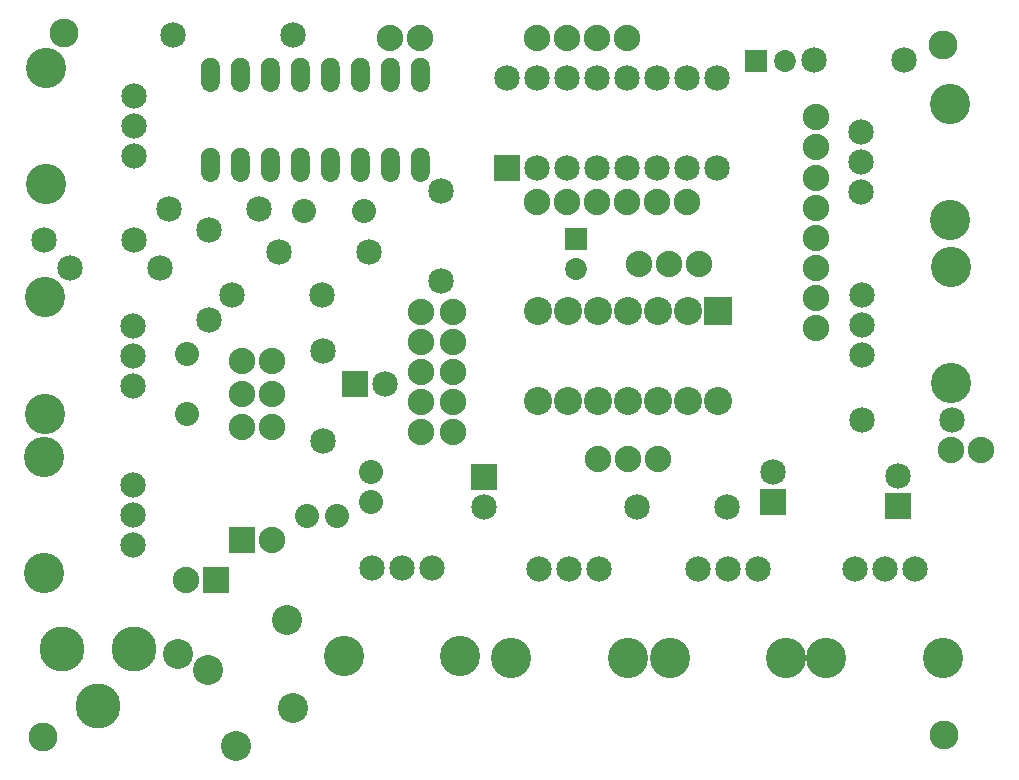
<source format=gbs>
G04 MADE WITH FRITZING*
G04 WWW.FRITZING.ORG*
G04 DOUBLE SIDED*
G04 HOLES PLATED*
G04 CONTOUR ON CENTER OF CONTOUR VECTOR*
%ASAXBY*%
%FSLAX23Y23*%
%MOIN*%
%OFA0B0*%
%SFA1.0B1.0*%
%ADD10C,0.088000*%
%ADD11C,0.150000*%
%ADD12C,0.100020*%
%ADD13C,0.080000*%
%ADD14C,0.085000*%
%ADD15C,0.096614*%
%ADD16C,0.062000*%
%ADD17C,0.093307*%
%ADD18C,0.072992*%
%ADD19C,0.084667*%
%ADD20C,0.084695*%
%ADD21C,0.134033*%
%ADD22R,0.088000X0.088000*%
%ADD23R,0.093307X0.093307*%
%ADD24R,0.072992X0.072992*%
%ADD25R,0.085000X0.085000*%
%ADD26R,0.001000X0.001000*%
%LNMASK0*%
G90*
G70*
G54D10*
X2806Y2190D03*
X2806Y2090D03*
G54D11*
X534Y416D03*
X294Y416D03*
X414Y226D03*
G54D12*
X680Y400D03*
X779Y345D03*
X1045Y514D03*
X1065Y219D03*
X873Y91D03*
G54D13*
X1111Y860D03*
X1212Y860D03*
G54D10*
X893Y778D03*
X993Y778D03*
X1489Y1540D03*
X1489Y1440D03*
X1489Y1340D03*
X1489Y1240D03*
X1489Y1140D03*
X1597Y1540D03*
X1597Y1440D03*
X1597Y1340D03*
X1597Y1240D03*
X1597Y1140D03*
G54D14*
X663Y2461D03*
X1063Y2461D03*
G54D15*
X3234Y130D03*
X3229Y2428D03*
X301Y2469D03*
X232Y124D03*
G54D14*
X1556Y1944D03*
X1556Y1644D03*
X652Y1881D03*
X952Y1881D03*
X1164Y1408D03*
X1164Y1108D03*
G54D16*
X788Y2029D03*
X888Y2029D03*
X988Y2029D03*
X1088Y2029D03*
X1188Y2029D03*
X1288Y2029D03*
X1388Y2029D03*
X1488Y2029D03*
X1488Y2329D03*
X1388Y2329D03*
X1288Y2329D03*
X1188Y2329D03*
X1088Y2329D03*
X988Y2329D03*
X888Y2329D03*
X788Y2329D03*
G54D17*
X2480Y1541D03*
X2480Y1241D03*
X2380Y1541D03*
X2380Y1241D03*
X2280Y1541D03*
X2280Y1241D03*
X2180Y1541D03*
X2180Y1241D03*
X2080Y1541D03*
X2080Y1241D03*
X1980Y1541D03*
X1980Y1241D03*
X1880Y1541D03*
X1880Y1241D03*
G54D18*
X2008Y1782D03*
X2008Y1684D03*
X2606Y2376D03*
X2704Y2376D03*
G54D14*
X2664Y905D03*
X2664Y1005D03*
G54D10*
X2806Y1486D03*
X2806Y1586D03*
X2806Y1686D03*
X1876Y1906D03*
X1976Y1906D03*
X2076Y1906D03*
X2176Y1906D03*
X2276Y1906D03*
X2376Y1906D03*
X3358Y1078D03*
X3258Y1078D03*
X1388Y2452D03*
X1488Y2452D03*
X2280Y1048D03*
X2180Y1048D03*
X2080Y1048D03*
X2418Y1698D03*
X2318Y1698D03*
X2218Y1698D03*
X995Y1156D03*
X895Y1156D03*
X895Y1265D03*
X995Y1265D03*
X2808Y1787D03*
X2808Y1887D03*
X2808Y1987D03*
G54D14*
X2959Y1178D03*
X3259Y1178D03*
X1778Y2020D03*
X1778Y2320D03*
X1878Y2020D03*
X1878Y2320D03*
X1978Y2020D03*
X1978Y2320D03*
X2078Y2020D03*
X2078Y2320D03*
X2178Y2020D03*
X2178Y2320D03*
X2278Y2020D03*
X2278Y2320D03*
X2378Y2020D03*
X2378Y2320D03*
X2478Y2020D03*
X2478Y2320D03*
G54D19*
X2614Y681D03*
X2514Y681D03*
G54D20*
X2414Y681D03*
G54D21*
X2708Y385D03*
X2320Y385D03*
G54D19*
X3136Y681D03*
X3036Y681D03*
G54D20*
X2936Y681D03*
G54D21*
X3231Y385D03*
X2842Y385D03*
G54D19*
X2957Y2139D03*
X2957Y2039D03*
G54D20*
X2957Y1939D03*
G54D21*
X3253Y2233D03*
X3253Y1845D03*
G54D19*
X2960Y1595D03*
X2960Y1495D03*
G54D20*
X2960Y1395D03*
G54D21*
X3256Y1689D03*
X3256Y1301D03*
G54D19*
X2084Y681D03*
X1984Y681D03*
G54D20*
X1884Y681D03*
G54D21*
X2179Y385D03*
X1790Y385D03*
G54D19*
X532Y1294D03*
X532Y1394D03*
G54D20*
X532Y1494D03*
G54D21*
X236Y1200D03*
X236Y1588D03*
G54D19*
X1528Y687D03*
X1428Y687D03*
G54D20*
X1328Y687D03*
G54D21*
X1622Y392D03*
X1233Y392D03*
G54D19*
X530Y763D03*
X530Y863D03*
G54D20*
X530Y963D03*
G54D21*
X235Y669D03*
X235Y1057D03*
G54D14*
X3079Y891D03*
X3079Y991D03*
X1699Y988D03*
X1699Y888D03*
X535Y1780D03*
X235Y1780D03*
X620Y1686D03*
X320Y1686D03*
X2509Y888D03*
X2209Y888D03*
X1269Y1298D03*
X1369Y1298D03*
X1318Y1740D03*
X1018Y1740D03*
X785Y1811D03*
X785Y1511D03*
X3099Y2379D03*
X2799Y2379D03*
G54D13*
X1099Y1876D03*
X1299Y1876D03*
G54D10*
X994Y1375D03*
X894Y1375D03*
G54D19*
X534Y2059D03*
X534Y2159D03*
G54D20*
X534Y2259D03*
G54D21*
X239Y1965D03*
X239Y2353D03*
G54D13*
X711Y1200D03*
X711Y1400D03*
G54D14*
X1161Y1597D03*
X861Y1597D03*
G54D13*
X1324Y1005D03*
X1324Y905D03*
G54D10*
X808Y646D03*
X708Y646D03*
X1878Y2454D03*
X1978Y2454D03*
X2078Y2454D03*
X2178Y2454D03*
G54D22*
X893Y778D03*
G54D23*
X2480Y1541D03*
G54D24*
X2008Y1782D03*
X2606Y2376D03*
G54D25*
X2664Y905D03*
X1778Y2020D03*
X3079Y891D03*
X1699Y988D03*
X1269Y1298D03*
G54D22*
X808Y646D03*
G54D26*
X783Y2386D02*
X794Y2386D01*
X883Y2386D02*
X894Y2386D01*
X983Y2386D02*
X994Y2386D01*
X1083Y2386D02*
X1094Y2386D01*
X1183Y2386D02*
X1194Y2386D01*
X1283Y2386D02*
X1294Y2386D01*
X1383Y2386D02*
X1394Y2386D01*
X1483Y2386D02*
X1494Y2386D01*
X779Y2385D02*
X798Y2385D01*
X879Y2385D02*
X898Y2385D01*
X979Y2385D02*
X998Y2385D01*
X1079Y2385D02*
X1098Y2385D01*
X1179Y2385D02*
X1198Y2385D01*
X1279Y2385D02*
X1298Y2385D01*
X1379Y2385D02*
X1398Y2385D01*
X1479Y2385D02*
X1498Y2385D01*
X777Y2384D02*
X800Y2384D01*
X877Y2384D02*
X900Y2384D01*
X977Y2384D02*
X1000Y2384D01*
X1077Y2384D02*
X1100Y2384D01*
X1177Y2384D02*
X1200Y2384D01*
X1277Y2384D02*
X1300Y2384D01*
X1377Y2384D02*
X1400Y2384D01*
X1477Y2384D02*
X1500Y2384D01*
X775Y2383D02*
X802Y2383D01*
X875Y2383D02*
X902Y2383D01*
X975Y2383D02*
X1002Y2383D01*
X1075Y2383D02*
X1102Y2383D01*
X1175Y2383D02*
X1202Y2383D01*
X1275Y2383D02*
X1302Y2383D01*
X1375Y2383D02*
X1402Y2383D01*
X1475Y2383D02*
X1502Y2383D01*
X773Y2382D02*
X804Y2382D01*
X873Y2382D02*
X904Y2382D01*
X973Y2382D02*
X1004Y2382D01*
X1073Y2382D02*
X1104Y2382D01*
X1173Y2382D02*
X1204Y2382D01*
X1273Y2382D02*
X1304Y2382D01*
X1373Y2382D02*
X1404Y2382D01*
X1473Y2382D02*
X1504Y2382D01*
X771Y2381D02*
X806Y2381D01*
X871Y2381D02*
X906Y2381D01*
X971Y2381D02*
X1006Y2381D01*
X1071Y2381D02*
X1106Y2381D01*
X1171Y2381D02*
X1206Y2381D01*
X1271Y2381D02*
X1306Y2381D01*
X1371Y2381D02*
X1406Y2381D01*
X1471Y2381D02*
X1506Y2381D01*
X770Y2380D02*
X807Y2380D01*
X870Y2380D02*
X907Y2380D01*
X970Y2380D02*
X1007Y2380D01*
X1070Y2380D02*
X1107Y2380D01*
X1170Y2380D02*
X1207Y2380D01*
X1270Y2380D02*
X1307Y2380D01*
X1370Y2380D02*
X1407Y2380D01*
X1470Y2380D02*
X1507Y2380D01*
X769Y2379D02*
X808Y2379D01*
X869Y2379D02*
X908Y2379D01*
X969Y2379D02*
X1008Y2379D01*
X1069Y2379D02*
X1108Y2379D01*
X1169Y2379D02*
X1208Y2379D01*
X1269Y2379D02*
X1308Y2379D01*
X1369Y2379D02*
X1408Y2379D01*
X1469Y2379D02*
X1508Y2379D01*
X768Y2378D02*
X809Y2378D01*
X868Y2378D02*
X909Y2378D01*
X968Y2378D02*
X1009Y2378D01*
X1068Y2378D02*
X1109Y2378D01*
X1168Y2378D02*
X1209Y2378D01*
X1268Y2378D02*
X1309Y2378D01*
X1368Y2378D02*
X1409Y2378D01*
X1468Y2378D02*
X1509Y2378D01*
X767Y2377D02*
X810Y2377D01*
X867Y2377D02*
X910Y2377D01*
X967Y2377D02*
X1010Y2377D01*
X1067Y2377D02*
X1110Y2377D01*
X1167Y2377D02*
X1210Y2377D01*
X1267Y2377D02*
X1310Y2377D01*
X1367Y2377D02*
X1410Y2377D01*
X1467Y2377D02*
X1510Y2377D01*
X766Y2376D02*
X811Y2376D01*
X866Y2376D02*
X911Y2376D01*
X966Y2376D02*
X1011Y2376D01*
X1066Y2376D02*
X1111Y2376D01*
X1166Y2376D02*
X1211Y2376D01*
X1266Y2376D02*
X1311Y2376D01*
X1366Y2376D02*
X1411Y2376D01*
X1466Y2376D02*
X1511Y2376D01*
X765Y2375D02*
X812Y2375D01*
X865Y2375D02*
X912Y2375D01*
X965Y2375D02*
X1012Y2375D01*
X1065Y2375D02*
X1112Y2375D01*
X1165Y2375D02*
X1212Y2375D01*
X1265Y2375D02*
X1312Y2375D01*
X1365Y2375D02*
X1412Y2375D01*
X1465Y2375D02*
X1512Y2375D01*
X764Y2374D02*
X813Y2374D01*
X864Y2374D02*
X913Y2374D01*
X964Y2374D02*
X1013Y2374D01*
X1064Y2374D02*
X1113Y2374D01*
X1164Y2374D02*
X1213Y2374D01*
X1264Y2374D02*
X1313Y2374D01*
X1364Y2374D02*
X1413Y2374D01*
X1464Y2374D02*
X1513Y2374D01*
X763Y2373D02*
X814Y2373D01*
X863Y2373D02*
X914Y2373D01*
X963Y2373D02*
X1014Y2373D01*
X1063Y2373D02*
X1114Y2373D01*
X1163Y2373D02*
X1214Y2373D01*
X1263Y2373D02*
X1314Y2373D01*
X1363Y2373D02*
X1414Y2373D01*
X1463Y2373D02*
X1514Y2373D01*
X763Y2372D02*
X814Y2372D01*
X863Y2372D02*
X914Y2372D01*
X963Y2372D02*
X1014Y2372D01*
X1063Y2372D02*
X1114Y2372D01*
X1163Y2372D02*
X1214Y2372D01*
X1263Y2372D02*
X1314Y2372D01*
X1363Y2372D02*
X1414Y2372D01*
X1463Y2372D02*
X1514Y2372D01*
X762Y2371D02*
X815Y2371D01*
X862Y2371D02*
X915Y2371D01*
X962Y2371D02*
X1015Y2371D01*
X1062Y2371D02*
X1115Y2371D01*
X1162Y2371D02*
X1215Y2371D01*
X1262Y2371D02*
X1315Y2371D01*
X1362Y2371D02*
X1415Y2371D01*
X1462Y2371D02*
X1515Y2371D01*
X762Y2370D02*
X815Y2370D01*
X862Y2370D02*
X915Y2370D01*
X962Y2370D02*
X1015Y2370D01*
X1062Y2370D02*
X1115Y2370D01*
X1162Y2370D02*
X1215Y2370D01*
X1262Y2370D02*
X1315Y2370D01*
X1362Y2370D02*
X1415Y2370D01*
X1462Y2370D02*
X1515Y2370D01*
X761Y2369D02*
X816Y2369D01*
X861Y2369D02*
X916Y2369D01*
X961Y2369D02*
X1016Y2369D01*
X1061Y2369D02*
X1116Y2369D01*
X1161Y2369D02*
X1216Y2369D01*
X1261Y2369D02*
X1316Y2369D01*
X1361Y2369D02*
X1416Y2369D01*
X1461Y2369D02*
X1516Y2369D01*
X761Y2368D02*
X816Y2368D01*
X861Y2368D02*
X916Y2368D01*
X961Y2368D02*
X1016Y2368D01*
X1061Y2368D02*
X1116Y2368D01*
X1161Y2368D02*
X1216Y2368D01*
X1261Y2368D02*
X1316Y2368D01*
X1361Y2368D02*
X1416Y2368D01*
X1461Y2368D02*
X1516Y2368D01*
X760Y2367D02*
X817Y2367D01*
X860Y2367D02*
X917Y2367D01*
X960Y2367D02*
X1017Y2367D01*
X1060Y2367D02*
X1117Y2367D01*
X1160Y2367D02*
X1217Y2367D01*
X1260Y2367D02*
X1317Y2367D01*
X1360Y2367D02*
X1417Y2367D01*
X1460Y2367D02*
X1517Y2367D01*
X760Y2366D02*
X817Y2366D01*
X860Y2366D02*
X917Y2366D01*
X960Y2366D02*
X1017Y2366D01*
X1060Y2366D02*
X1117Y2366D01*
X1160Y2366D02*
X1217Y2366D01*
X1260Y2366D02*
X1317Y2366D01*
X1360Y2366D02*
X1417Y2366D01*
X1460Y2366D02*
X1517Y2366D01*
X760Y2365D02*
X818Y2365D01*
X860Y2365D02*
X918Y2365D01*
X960Y2365D02*
X1017Y2365D01*
X1060Y2365D02*
X1117Y2365D01*
X1160Y2365D02*
X1217Y2365D01*
X1260Y2365D02*
X1317Y2365D01*
X1360Y2365D02*
X1417Y2365D01*
X1460Y2365D02*
X1517Y2365D01*
X759Y2364D02*
X818Y2364D01*
X859Y2364D02*
X918Y2364D01*
X959Y2364D02*
X1018Y2364D01*
X1059Y2364D02*
X1118Y2364D01*
X1159Y2364D02*
X1218Y2364D01*
X1259Y2364D02*
X1318Y2364D01*
X1359Y2364D02*
X1418Y2364D01*
X1459Y2364D02*
X1518Y2364D01*
X759Y2363D02*
X818Y2363D01*
X859Y2363D02*
X918Y2363D01*
X959Y2363D02*
X1018Y2363D01*
X1059Y2363D02*
X1118Y2363D01*
X1159Y2363D02*
X1218Y2363D01*
X1259Y2363D02*
X1318Y2363D01*
X1359Y2363D02*
X1418Y2363D01*
X1459Y2363D02*
X1518Y2363D01*
X759Y2362D02*
X818Y2362D01*
X859Y2362D02*
X918Y2362D01*
X959Y2362D02*
X1018Y2362D01*
X1059Y2362D02*
X1118Y2362D01*
X1159Y2362D02*
X1218Y2362D01*
X1259Y2362D02*
X1318Y2362D01*
X1359Y2362D02*
X1418Y2362D01*
X1459Y2362D02*
X1518Y2362D01*
X759Y2361D02*
X819Y2361D01*
X859Y2361D02*
X918Y2361D01*
X959Y2361D02*
X1018Y2361D01*
X1059Y2361D02*
X1118Y2361D01*
X1159Y2361D02*
X1218Y2361D01*
X1259Y2361D02*
X1318Y2361D01*
X1359Y2361D02*
X1418Y2361D01*
X1459Y2361D02*
X1518Y2361D01*
X758Y2360D02*
X819Y2360D01*
X858Y2360D02*
X919Y2360D01*
X958Y2360D02*
X1019Y2360D01*
X1058Y2360D02*
X1119Y2360D01*
X1158Y2360D02*
X1219Y2360D01*
X1258Y2360D02*
X1319Y2360D01*
X1358Y2360D02*
X1419Y2360D01*
X1458Y2360D02*
X1519Y2360D01*
X758Y2359D02*
X819Y2359D01*
X858Y2359D02*
X919Y2359D01*
X958Y2359D02*
X1019Y2359D01*
X1058Y2359D02*
X1119Y2359D01*
X1158Y2359D02*
X1219Y2359D01*
X1258Y2359D02*
X1319Y2359D01*
X1358Y2359D02*
X1419Y2359D01*
X1458Y2359D02*
X1519Y2359D01*
X758Y2358D02*
X819Y2358D01*
X858Y2358D02*
X919Y2358D01*
X958Y2358D02*
X1019Y2358D01*
X1058Y2358D02*
X1119Y2358D01*
X1158Y2358D02*
X1219Y2358D01*
X1258Y2358D02*
X1319Y2358D01*
X1358Y2358D02*
X1419Y2358D01*
X1458Y2358D02*
X1519Y2358D01*
X758Y2357D02*
X819Y2357D01*
X858Y2357D02*
X919Y2357D01*
X958Y2357D02*
X1019Y2357D01*
X1058Y2357D02*
X1119Y2357D01*
X1158Y2357D02*
X1219Y2357D01*
X1258Y2357D02*
X1319Y2357D01*
X1358Y2357D02*
X1419Y2357D01*
X1458Y2357D02*
X1519Y2357D01*
X758Y2356D02*
X819Y2356D01*
X858Y2356D02*
X919Y2356D01*
X958Y2356D02*
X1019Y2356D01*
X1058Y2356D02*
X1119Y2356D01*
X1158Y2356D02*
X1219Y2356D01*
X1258Y2356D02*
X1319Y2356D01*
X1358Y2356D02*
X1419Y2356D01*
X1458Y2356D02*
X1519Y2356D01*
X758Y2355D02*
X819Y2355D01*
X858Y2355D02*
X919Y2355D01*
X958Y2355D02*
X1019Y2355D01*
X1058Y2355D02*
X1119Y2355D01*
X1158Y2355D02*
X1219Y2355D01*
X1258Y2355D02*
X1319Y2355D01*
X1358Y2355D02*
X1419Y2355D01*
X1458Y2355D02*
X1519Y2355D01*
X758Y2354D02*
X819Y2354D01*
X858Y2354D02*
X919Y2354D01*
X958Y2354D02*
X1019Y2354D01*
X1058Y2354D02*
X1119Y2354D01*
X1158Y2354D02*
X1219Y2354D01*
X1258Y2354D02*
X1319Y2354D01*
X1358Y2354D02*
X1419Y2354D01*
X1458Y2354D02*
X1519Y2354D01*
X758Y2353D02*
X819Y2353D01*
X858Y2353D02*
X919Y2353D01*
X958Y2353D02*
X1019Y2353D01*
X1058Y2353D02*
X1119Y2353D01*
X1158Y2353D02*
X1219Y2353D01*
X1258Y2353D02*
X1319Y2353D01*
X1358Y2353D02*
X1419Y2353D01*
X1458Y2353D02*
X1519Y2353D01*
X758Y2352D02*
X819Y2352D01*
X858Y2352D02*
X919Y2352D01*
X958Y2352D02*
X1019Y2352D01*
X1058Y2352D02*
X1119Y2352D01*
X1158Y2352D02*
X1219Y2352D01*
X1258Y2352D02*
X1319Y2352D01*
X1358Y2352D02*
X1419Y2352D01*
X1458Y2352D02*
X1519Y2352D01*
X758Y2351D02*
X819Y2351D01*
X858Y2351D02*
X919Y2351D01*
X958Y2351D02*
X1019Y2351D01*
X1058Y2351D02*
X1119Y2351D01*
X1158Y2351D02*
X1219Y2351D01*
X1258Y2351D02*
X1319Y2351D01*
X1358Y2351D02*
X1419Y2351D01*
X1458Y2351D02*
X1519Y2351D01*
X758Y2350D02*
X819Y2350D01*
X858Y2350D02*
X919Y2350D01*
X958Y2350D02*
X1019Y2350D01*
X1058Y2350D02*
X1119Y2350D01*
X1158Y2350D02*
X1219Y2350D01*
X1258Y2350D02*
X1319Y2350D01*
X1358Y2350D02*
X1419Y2350D01*
X1458Y2350D02*
X1519Y2350D01*
X758Y2349D02*
X819Y2349D01*
X858Y2349D02*
X919Y2349D01*
X958Y2349D02*
X1019Y2349D01*
X1058Y2349D02*
X1119Y2349D01*
X1158Y2349D02*
X1219Y2349D01*
X1258Y2349D02*
X1319Y2349D01*
X1358Y2349D02*
X1419Y2349D01*
X1458Y2349D02*
X1519Y2349D01*
X758Y2348D02*
X819Y2348D01*
X858Y2348D02*
X919Y2348D01*
X958Y2348D02*
X1019Y2348D01*
X1058Y2348D02*
X1119Y2348D01*
X1158Y2348D02*
X1219Y2348D01*
X1258Y2348D02*
X1319Y2348D01*
X1358Y2348D02*
X1419Y2348D01*
X1458Y2348D02*
X1519Y2348D01*
X758Y2347D02*
X819Y2347D01*
X858Y2347D02*
X919Y2347D01*
X958Y2347D02*
X1019Y2347D01*
X1058Y2347D02*
X1119Y2347D01*
X1158Y2347D02*
X1219Y2347D01*
X1258Y2347D02*
X1319Y2347D01*
X1358Y2347D02*
X1419Y2347D01*
X1458Y2347D02*
X1519Y2347D01*
X758Y2346D02*
X819Y2346D01*
X858Y2346D02*
X919Y2346D01*
X958Y2346D02*
X1019Y2346D01*
X1058Y2346D02*
X1119Y2346D01*
X1158Y2346D02*
X1219Y2346D01*
X1258Y2346D02*
X1319Y2346D01*
X1358Y2346D02*
X1419Y2346D01*
X1458Y2346D02*
X1519Y2346D01*
X758Y2345D02*
X819Y2345D01*
X858Y2345D02*
X919Y2345D01*
X958Y2345D02*
X1019Y2345D01*
X1058Y2345D02*
X1119Y2345D01*
X1158Y2345D02*
X1219Y2345D01*
X1258Y2345D02*
X1319Y2345D01*
X1358Y2345D02*
X1419Y2345D01*
X1458Y2345D02*
X1519Y2345D01*
X758Y2344D02*
X819Y2344D01*
X858Y2344D02*
X919Y2344D01*
X958Y2344D02*
X1019Y2344D01*
X1058Y2344D02*
X1119Y2344D01*
X1158Y2344D02*
X1219Y2344D01*
X1258Y2344D02*
X1319Y2344D01*
X1358Y2344D02*
X1419Y2344D01*
X1458Y2344D02*
X1519Y2344D01*
X758Y2343D02*
X819Y2343D01*
X858Y2343D02*
X919Y2343D01*
X958Y2343D02*
X1019Y2343D01*
X1058Y2343D02*
X1119Y2343D01*
X1158Y2343D02*
X1219Y2343D01*
X1258Y2343D02*
X1319Y2343D01*
X1358Y2343D02*
X1419Y2343D01*
X1458Y2343D02*
X1519Y2343D01*
X758Y2342D02*
X819Y2342D01*
X858Y2342D02*
X919Y2342D01*
X958Y2342D02*
X1019Y2342D01*
X1058Y2342D02*
X1119Y2342D01*
X1158Y2342D02*
X1219Y2342D01*
X1258Y2342D02*
X1319Y2342D01*
X1358Y2342D02*
X1419Y2342D01*
X1458Y2342D02*
X1519Y2342D01*
X758Y2341D02*
X819Y2341D01*
X858Y2341D02*
X919Y2341D01*
X958Y2341D02*
X1019Y2341D01*
X1058Y2341D02*
X1119Y2341D01*
X1158Y2341D02*
X1219Y2341D01*
X1258Y2341D02*
X1319Y2341D01*
X1358Y2341D02*
X1419Y2341D01*
X1458Y2341D02*
X1519Y2341D01*
X758Y2340D02*
X784Y2340D01*
X793Y2340D02*
X819Y2340D01*
X858Y2340D02*
X884Y2340D01*
X893Y2340D02*
X919Y2340D01*
X958Y2340D02*
X984Y2340D01*
X993Y2340D02*
X1019Y2340D01*
X1058Y2340D02*
X1084Y2340D01*
X1093Y2340D02*
X1119Y2340D01*
X1158Y2340D02*
X1184Y2340D01*
X1193Y2340D02*
X1219Y2340D01*
X1258Y2340D02*
X1284Y2340D01*
X1293Y2340D02*
X1319Y2340D01*
X1358Y2340D02*
X1384Y2340D01*
X1393Y2340D02*
X1419Y2340D01*
X1458Y2340D02*
X1484Y2340D01*
X1493Y2340D02*
X1519Y2340D01*
X758Y2339D02*
X782Y2339D01*
X795Y2339D02*
X819Y2339D01*
X858Y2339D02*
X882Y2339D01*
X895Y2339D02*
X919Y2339D01*
X958Y2339D02*
X982Y2339D01*
X995Y2339D02*
X1019Y2339D01*
X1058Y2339D02*
X1082Y2339D01*
X1095Y2339D02*
X1119Y2339D01*
X1158Y2339D02*
X1182Y2339D01*
X1195Y2339D02*
X1219Y2339D01*
X1258Y2339D02*
X1282Y2339D01*
X1295Y2339D02*
X1319Y2339D01*
X1358Y2339D02*
X1382Y2339D01*
X1395Y2339D02*
X1419Y2339D01*
X1458Y2339D02*
X1482Y2339D01*
X1495Y2339D02*
X1519Y2339D01*
X758Y2338D02*
X781Y2338D01*
X796Y2338D02*
X819Y2338D01*
X858Y2338D02*
X881Y2338D01*
X896Y2338D02*
X919Y2338D01*
X958Y2338D02*
X981Y2338D01*
X996Y2338D02*
X1019Y2338D01*
X1058Y2338D02*
X1081Y2338D01*
X1096Y2338D02*
X1119Y2338D01*
X1158Y2338D02*
X1181Y2338D01*
X1196Y2338D02*
X1219Y2338D01*
X1258Y2338D02*
X1281Y2338D01*
X1296Y2338D02*
X1319Y2338D01*
X1358Y2338D02*
X1381Y2338D01*
X1396Y2338D02*
X1419Y2338D01*
X1458Y2338D02*
X1481Y2338D01*
X1496Y2338D02*
X1519Y2338D01*
X758Y2337D02*
X780Y2337D01*
X797Y2337D02*
X819Y2337D01*
X858Y2337D02*
X880Y2337D01*
X897Y2337D02*
X919Y2337D01*
X958Y2337D02*
X980Y2337D01*
X997Y2337D02*
X1019Y2337D01*
X1058Y2337D02*
X1080Y2337D01*
X1097Y2337D02*
X1119Y2337D01*
X1158Y2337D02*
X1180Y2337D01*
X1197Y2337D02*
X1219Y2337D01*
X1258Y2337D02*
X1280Y2337D01*
X1297Y2337D02*
X1319Y2337D01*
X1358Y2337D02*
X1380Y2337D01*
X1397Y2337D02*
X1419Y2337D01*
X1458Y2337D02*
X1480Y2337D01*
X1497Y2337D02*
X1519Y2337D01*
X758Y2336D02*
X779Y2336D01*
X798Y2336D02*
X819Y2336D01*
X858Y2336D02*
X879Y2336D01*
X898Y2336D02*
X919Y2336D01*
X958Y2336D02*
X979Y2336D01*
X998Y2336D02*
X1019Y2336D01*
X1058Y2336D02*
X1079Y2336D01*
X1098Y2336D02*
X1119Y2336D01*
X1158Y2336D02*
X1179Y2336D01*
X1198Y2336D02*
X1219Y2336D01*
X1258Y2336D02*
X1279Y2336D01*
X1298Y2336D02*
X1319Y2336D01*
X1358Y2336D02*
X1379Y2336D01*
X1398Y2336D02*
X1419Y2336D01*
X1458Y2336D02*
X1479Y2336D01*
X1498Y2336D02*
X1519Y2336D01*
X758Y2335D02*
X778Y2335D01*
X799Y2335D02*
X819Y2335D01*
X858Y2335D02*
X878Y2335D01*
X899Y2335D02*
X919Y2335D01*
X958Y2335D02*
X978Y2335D01*
X999Y2335D02*
X1019Y2335D01*
X1058Y2335D02*
X1078Y2335D01*
X1099Y2335D02*
X1119Y2335D01*
X1158Y2335D02*
X1178Y2335D01*
X1199Y2335D02*
X1219Y2335D01*
X1258Y2335D02*
X1278Y2335D01*
X1299Y2335D02*
X1319Y2335D01*
X1358Y2335D02*
X1378Y2335D01*
X1399Y2335D02*
X1419Y2335D01*
X1458Y2335D02*
X1478Y2335D01*
X1499Y2335D02*
X1519Y2335D01*
X758Y2334D02*
X778Y2334D01*
X799Y2334D02*
X819Y2334D01*
X858Y2334D02*
X878Y2334D01*
X899Y2334D02*
X919Y2334D01*
X958Y2334D02*
X978Y2334D01*
X999Y2334D02*
X1019Y2334D01*
X1058Y2334D02*
X1078Y2334D01*
X1099Y2334D02*
X1119Y2334D01*
X1158Y2334D02*
X1178Y2334D01*
X1199Y2334D02*
X1219Y2334D01*
X1258Y2334D02*
X1278Y2334D01*
X1299Y2334D02*
X1319Y2334D01*
X1358Y2334D02*
X1378Y2334D01*
X1399Y2334D02*
X1419Y2334D01*
X1458Y2334D02*
X1478Y2334D01*
X1499Y2334D02*
X1519Y2334D01*
X758Y2333D02*
X778Y2333D01*
X800Y2333D02*
X819Y2333D01*
X858Y2333D02*
X878Y2333D01*
X900Y2333D02*
X919Y2333D01*
X958Y2333D02*
X978Y2333D01*
X1000Y2333D02*
X1019Y2333D01*
X1058Y2333D02*
X1078Y2333D01*
X1100Y2333D02*
X1119Y2333D01*
X1158Y2333D02*
X1178Y2333D01*
X1200Y2333D02*
X1219Y2333D01*
X1258Y2333D02*
X1278Y2333D01*
X1300Y2333D02*
X1319Y2333D01*
X1358Y2333D02*
X1377Y2333D01*
X1400Y2333D02*
X1419Y2333D01*
X1458Y2333D02*
X1477Y2333D01*
X1499Y2333D02*
X1519Y2333D01*
X758Y2332D02*
X777Y2332D01*
X800Y2332D02*
X819Y2332D01*
X858Y2332D02*
X877Y2332D01*
X900Y2332D02*
X919Y2332D01*
X958Y2332D02*
X977Y2332D01*
X1000Y2332D02*
X1019Y2332D01*
X1058Y2332D02*
X1077Y2332D01*
X1100Y2332D02*
X1119Y2332D01*
X1158Y2332D02*
X1177Y2332D01*
X1200Y2332D02*
X1219Y2332D01*
X1258Y2332D02*
X1277Y2332D01*
X1300Y2332D02*
X1319Y2332D01*
X1358Y2332D02*
X1377Y2332D01*
X1400Y2332D02*
X1419Y2332D01*
X1458Y2332D02*
X1477Y2332D01*
X1500Y2332D02*
X1519Y2332D01*
X758Y2331D02*
X777Y2331D01*
X800Y2331D02*
X819Y2331D01*
X858Y2331D02*
X877Y2331D01*
X900Y2331D02*
X919Y2331D01*
X958Y2331D02*
X977Y2331D01*
X1000Y2331D02*
X1019Y2331D01*
X1058Y2331D02*
X1077Y2331D01*
X1100Y2331D02*
X1119Y2331D01*
X1158Y2331D02*
X1177Y2331D01*
X1200Y2331D02*
X1219Y2331D01*
X1258Y2331D02*
X1277Y2331D01*
X1300Y2331D02*
X1319Y2331D01*
X1358Y2331D02*
X1377Y2331D01*
X1400Y2331D02*
X1419Y2331D01*
X1458Y2331D02*
X1477Y2331D01*
X1500Y2331D02*
X1519Y2331D01*
X758Y2330D02*
X777Y2330D01*
X800Y2330D02*
X819Y2330D01*
X858Y2330D02*
X877Y2330D01*
X900Y2330D02*
X919Y2330D01*
X958Y2330D02*
X977Y2330D01*
X1000Y2330D02*
X1019Y2330D01*
X1058Y2330D02*
X1077Y2330D01*
X1100Y2330D02*
X1119Y2330D01*
X1158Y2330D02*
X1177Y2330D01*
X1200Y2330D02*
X1219Y2330D01*
X1258Y2330D02*
X1277Y2330D01*
X1300Y2330D02*
X1319Y2330D01*
X1358Y2330D02*
X1377Y2330D01*
X1400Y2330D02*
X1419Y2330D01*
X1458Y2330D02*
X1477Y2330D01*
X1500Y2330D02*
X1519Y2330D01*
X758Y2329D02*
X777Y2329D01*
X800Y2329D02*
X819Y2329D01*
X858Y2329D02*
X877Y2329D01*
X900Y2329D02*
X919Y2329D01*
X958Y2329D02*
X977Y2329D01*
X1000Y2329D02*
X1019Y2329D01*
X1058Y2329D02*
X1077Y2329D01*
X1100Y2329D02*
X1119Y2329D01*
X1158Y2329D02*
X1177Y2329D01*
X1200Y2329D02*
X1219Y2329D01*
X1258Y2329D02*
X1277Y2329D01*
X1300Y2329D02*
X1319Y2329D01*
X1358Y2329D02*
X1377Y2329D01*
X1400Y2329D02*
X1419Y2329D01*
X1458Y2329D02*
X1477Y2329D01*
X1500Y2329D02*
X1519Y2329D01*
X758Y2328D02*
X777Y2328D01*
X800Y2328D02*
X819Y2328D01*
X858Y2328D02*
X877Y2328D01*
X900Y2328D02*
X919Y2328D01*
X958Y2328D02*
X977Y2328D01*
X1000Y2328D02*
X1019Y2328D01*
X1058Y2328D02*
X1077Y2328D01*
X1100Y2328D02*
X1119Y2328D01*
X1158Y2328D02*
X1177Y2328D01*
X1200Y2328D02*
X1219Y2328D01*
X1258Y2328D02*
X1277Y2328D01*
X1300Y2328D02*
X1319Y2328D01*
X1358Y2328D02*
X1377Y2328D01*
X1400Y2328D02*
X1419Y2328D01*
X1458Y2328D02*
X1477Y2328D01*
X1500Y2328D02*
X1519Y2328D01*
X758Y2327D02*
X777Y2327D01*
X800Y2327D02*
X819Y2327D01*
X858Y2327D02*
X877Y2327D01*
X900Y2327D02*
X919Y2327D01*
X958Y2327D02*
X977Y2327D01*
X1000Y2327D02*
X1019Y2327D01*
X1058Y2327D02*
X1077Y2327D01*
X1100Y2327D02*
X1119Y2327D01*
X1158Y2327D02*
X1177Y2327D01*
X1200Y2327D02*
X1219Y2327D01*
X1258Y2327D02*
X1277Y2327D01*
X1300Y2327D02*
X1319Y2327D01*
X1358Y2327D02*
X1377Y2327D01*
X1400Y2327D02*
X1419Y2327D01*
X1458Y2327D02*
X1477Y2327D01*
X1500Y2327D02*
X1519Y2327D01*
X758Y2326D02*
X778Y2326D01*
X799Y2326D02*
X819Y2326D01*
X858Y2326D02*
X878Y2326D01*
X899Y2326D02*
X919Y2326D01*
X958Y2326D02*
X978Y2326D01*
X999Y2326D02*
X1019Y2326D01*
X1058Y2326D02*
X1078Y2326D01*
X1099Y2326D02*
X1119Y2326D01*
X1158Y2326D02*
X1178Y2326D01*
X1199Y2326D02*
X1219Y2326D01*
X1258Y2326D02*
X1278Y2326D01*
X1299Y2326D02*
X1319Y2326D01*
X1358Y2326D02*
X1378Y2326D01*
X1399Y2326D02*
X1419Y2326D01*
X1458Y2326D02*
X1478Y2326D01*
X1499Y2326D02*
X1519Y2326D01*
X758Y2325D02*
X778Y2325D01*
X799Y2325D02*
X819Y2325D01*
X858Y2325D02*
X878Y2325D01*
X899Y2325D02*
X919Y2325D01*
X958Y2325D02*
X978Y2325D01*
X999Y2325D02*
X1019Y2325D01*
X1058Y2325D02*
X1078Y2325D01*
X1099Y2325D02*
X1119Y2325D01*
X1158Y2325D02*
X1178Y2325D01*
X1199Y2325D02*
X1219Y2325D01*
X1258Y2325D02*
X1278Y2325D01*
X1299Y2325D02*
X1319Y2325D01*
X1358Y2325D02*
X1378Y2325D01*
X1399Y2325D02*
X1419Y2325D01*
X1458Y2325D02*
X1478Y2325D01*
X1499Y2325D02*
X1519Y2325D01*
X758Y2324D02*
X779Y2324D01*
X799Y2324D02*
X819Y2324D01*
X858Y2324D02*
X879Y2324D01*
X899Y2324D02*
X919Y2324D01*
X958Y2324D02*
X979Y2324D01*
X998Y2324D02*
X1019Y2324D01*
X1058Y2324D02*
X1079Y2324D01*
X1098Y2324D02*
X1119Y2324D01*
X1158Y2324D02*
X1179Y2324D01*
X1198Y2324D02*
X1219Y2324D01*
X1258Y2324D02*
X1279Y2324D01*
X1298Y2324D02*
X1319Y2324D01*
X1358Y2324D02*
X1379Y2324D01*
X1398Y2324D02*
X1419Y2324D01*
X1458Y2324D02*
X1479Y2324D01*
X1498Y2324D02*
X1519Y2324D01*
X758Y2323D02*
X779Y2323D01*
X798Y2323D02*
X819Y2323D01*
X858Y2323D02*
X879Y2323D01*
X898Y2323D02*
X919Y2323D01*
X958Y2323D02*
X979Y2323D01*
X998Y2323D02*
X1019Y2323D01*
X1058Y2323D02*
X1079Y2323D01*
X1098Y2323D02*
X1119Y2323D01*
X1158Y2323D02*
X1179Y2323D01*
X1198Y2323D02*
X1219Y2323D01*
X1258Y2323D02*
X1279Y2323D01*
X1298Y2323D02*
X1319Y2323D01*
X1358Y2323D02*
X1379Y2323D01*
X1398Y2323D02*
X1419Y2323D01*
X1458Y2323D02*
X1479Y2323D01*
X1498Y2323D02*
X1519Y2323D01*
X758Y2322D02*
X780Y2322D01*
X797Y2322D02*
X819Y2322D01*
X858Y2322D02*
X880Y2322D01*
X897Y2322D02*
X919Y2322D01*
X958Y2322D02*
X980Y2322D01*
X997Y2322D02*
X1019Y2322D01*
X1058Y2322D02*
X1080Y2322D01*
X1097Y2322D02*
X1119Y2322D01*
X1158Y2322D02*
X1180Y2322D01*
X1197Y2322D02*
X1219Y2322D01*
X1258Y2322D02*
X1280Y2322D01*
X1297Y2322D02*
X1319Y2322D01*
X1358Y2322D02*
X1380Y2322D01*
X1397Y2322D02*
X1419Y2322D01*
X1458Y2322D02*
X1480Y2322D01*
X1497Y2322D02*
X1519Y2322D01*
X758Y2321D02*
X781Y2321D01*
X796Y2321D02*
X819Y2321D01*
X858Y2321D02*
X881Y2321D01*
X896Y2321D02*
X919Y2321D01*
X958Y2321D02*
X981Y2321D01*
X996Y2321D02*
X1019Y2321D01*
X1058Y2321D02*
X1081Y2321D01*
X1096Y2321D02*
X1119Y2321D01*
X1158Y2321D02*
X1181Y2321D01*
X1196Y2321D02*
X1219Y2321D01*
X1258Y2321D02*
X1281Y2321D01*
X1296Y2321D02*
X1319Y2321D01*
X1358Y2321D02*
X1381Y2321D01*
X1396Y2321D02*
X1419Y2321D01*
X1458Y2321D02*
X1481Y2321D01*
X1496Y2321D02*
X1519Y2321D01*
X758Y2320D02*
X783Y2320D01*
X794Y2320D02*
X819Y2320D01*
X858Y2320D02*
X883Y2320D01*
X894Y2320D02*
X919Y2320D01*
X958Y2320D02*
X983Y2320D01*
X994Y2320D02*
X1019Y2320D01*
X1058Y2320D02*
X1083Y2320D01*
X1094Y2320D02*
X1119Y2320D01*
X1158Y2320D02*
X1183Y2320D01*
X1194Y2320D02*
X1219Y2320D01*
X1258Y2320D02*
X1283Y2320D01*
X1294Y2320D02*
X1319Y2320D01*
X1358Y2320D02*
X1383Y2320D01*
X1394Y2320D02*
X1419Y2320D01*
X1458Y2320D02*
X1483Y2320D01*
X1494Y2320D02*
X1519Y2320D01*
X758Y2319D02*
X785Y2319D01*
X792Y2319D02*
X819Y2319D01*
X858Y2319D02*
X885Y2319D01*
X892Y2319D02*
X919Y2319D01*
X958Y2319D02*
X985Y2319D01*
X992Y2319D02*
X1019Y2319D01*
X1058Y2319D02*
X1085Y2319D01*
X1092Y2319D02*
X1119Y2319D01*
X1158Y2319D02*
X1185Y2319D01*
X1192Y2319D02*
X1219Y2319D01*
X1258Y2319D02*
X1285Y2319D01*
X1292Y2319D02*
X1319Y2319D01*
X1358Y2319D02*
X1385Y2319D01*
X1392Y2319D02*
X1419Y2319D01*
X1458Y2319D02*
X1485Y2319D01*
X1492Y2319D02*
X1519Y2319D01*
X758Y2318D02*
X819Y2318D01*
X858Y2318D02*
X919Y2318D01*
X958Y2318D02*
X1019Y2318D01*
X1058Y2318D02*
X1119Y2318D01*
X1158Y2318D02*
X1219Y2318D01*
X1258Y2318D02*
X1319Y2318D01*
X1358Y2318D02*
X1419Y2318D01*
X1458Y2318D02*
X1519Y2318D01*
X758Y2317D02*
X819Y2317D01*
X858Y2317D02*
X919Y2317D01*
X958Y2317D02*
X1019Y2317D01*
X1058Y2317D02*
X1119Y2317D01*
X1158Y2317D02*
X1219Y2317D01*
X1258Y2317D02*
X1319Y2317D01*
X1358Y2317D02*
X1419Y2317D01*
X1458Y2317D02*
X1519Y2317D01*
X758Y2316D02*
X819Y2316D01*
X858Y2316D02*
X919Y2316D01*
X958Y2316D02*
X1019Y2316D01*
X1058Y2316D02*
X1119Y2316D01*
X1158Y2316D02*
X1219Y2316D01*
X1258Y2316D02*
X1319Y2316D01*
X1358Y2316D02*
X1419Y2316D01*
X1458Y2316D02*
X1519Y2316D01*
X758Y2315D02*
X819Y2315D01*
X858Y2315D02*
X919Y2315D01*
X958Y2315D02*
X1019Y2315D01*
X1058Y2315D02*
X1119Y2315D01*
X1158Y2315D02*
X1219Y2315D01*
X1258Y2315D02*
X1319Y2315D01*
X1358Y2315D02*
X1419Y2315D01*
X1458Y2315D02*
X1519Y2315D01*
X758Y2314D02*
X819Y2314D01*
X858Y2314D02*
X919Y2314D01*
X958Y2314D02*
X1019Y2314D01*
X1058Y2314D02*
X1119Y2314D01*
X1158Y2314D02*
X1219Y2314D01*
X1258Y2314D02*
X1319Y2314D01*
X1358Y2314D02*
X1419Y2314D01*
X1458Y2314D02*
X1519Y2314D01*
X758Y2313D02*
X819Y2313D01*
X858Y2313D02*
X919Y2313D01*
X958Y2313D02*
X1019Y2313D01*
X1058Y2313D02*
X1119Y2313D01*
X1158Y2313D02*
X1219Y2313D01*
X1258Y2313D02*
X1319Y2313D01*
X1358Y2313D02*
X1419Y2313D01*
X1458Y2313D02*
X1519Y2313D01*
X758Y2312D02*
X819Y2312D01*
X858Y2312D02*
X919Y2312D01*
X958Y2312D02*
X1019Y2312D01*
X1058Y2312D02*
X1119Y2312D01*
X1158Y2312D02*
X1219Y2312D01*
X1258Y2312D02*
X1319Y2312D01*
X1358Y2312D02*
X1419Y2312D01*
X1458Y2312D02*
X1519Y2312D01*
X758Y2311D02*
X819Y2311D01*
X858Y2311D02*
X919Y2311D01*
X958Y2311D02*
X1019Y2311D01*
X1058Y2311D02*
X1119Y2311D01*
X1158Y2311D02*
X1219Y2311D01*
X1258Y2311D02*
X1319Y2311D01*
X1358Y2311D02*
X1419Y2311D01*
X1458Y2311D02*
X1519Y2311D01*
X758Y2310D02*
X819Y2310D01*
X858Y2310D02*
X919Y2310D01*
X958Y2310D02*
X1019Y2310D01*
X1058Y2310D02*
X1119Y2310D01*
X1158Y2310D02*
X1219Y2310D01*
X1258Y2310D02*
X1319Y2310D01*
X1358Y2310D02*
X1419Y2310D01*
X1458Y2310D02*
X1519Y2310D01*
X758Y2309D02*
X819Y2309D01*
X858Y2309D02*
X919Y2309D01*
X958Y2309D02*
X1019Y2309D01*
X1058Y2309D02*
X1119Y2309D01*
X1158Y2309D02*
X1219Y2309D01*
X1258Y2309D02*
X1319Y2309D01*
X1358Y2309D02*
X1419Y2309D01*
X1458Y2309D02*
X1519Y2309D01*
X758Y2308D02*
X819Y2308D01*
X858Y2308D02*
X919Y2308D01*
X958Y2308D02*
X1019Y2308D01*
X1058Y2308D02*
X1119Y2308D01*
X1158Y2308D02*
X1219Y2308D01*
X1258Y2308D02*
X1319Y2308D01*
X1358Y2308D02*
X1419Y2308D01*
X1458Y2308D02*
X1519Y2308D01*
X758Y2307D02*
X819Y2307D01*
X858Y2307D02*
X919Y2307D01*
X958Y2307D02*
X1019Y2307D01*
X1058Y2307D02*
X1119Y2307D01*
X1158Y2307D02*
X1219Y2307D01*
X1258Y2307D02*
X1319Y2307D01*
X1358Y2307D02*
X1419Y2307D01*
X1458Y2307D02*
X1519Y2307D01*
X758Y2306D02*
X819Y2306D01*
X858Y2306D02*
X919Y2306D01*
X958Y2306D02*
X1019Y2306D01*
X1058Y2306D02*
X1119Y2306D01*
X1158Y2306D02*
X1219Y2306D01*
X1258Y2306D02*
X1319Y2306D01*
X1358Y2306D02*
X1419Y2306D01*
X1458Y2306D02*
X1519Y2306D01*
X758Y2305D02*
X819Y2305D01*
X858Y2305D02*
X919Y2305D01*
X958Y2305D02*
X1019Y2305D01*
X1058Y2305D02*
X1119Y2305D01*
X1158Y2305D02*
X1219Y2305D01*
X1258Y2305D02*
X1319Y2305D01*
X1358Y2305D02*
X1419Y2305D01*
X1458Y2305D02*
X1519Y2305D01*
X758Y2304D02*
X819Y2304D01*
X858Y2304D02*
X919Y2304D01*
X958Y2304D02*
X1019Y2304D01*
X1058Y2304D02*
X1119Y2304D01*
X1158Y2304D02*
X1219Y2304D01*
X1258Y2304D02*
X1319Y2304D01*
X1358Y2304D02*
X1419Y2304D01*
X1458Y2304D02*
X1519Y2304D01*
X758Y2303D02*
X819Y2303D01*
X858Y2303D02*
X919Y2303D01*
X958Y2303D02*
X1019Y2303D01*
X1058Y2303D02*
X1119Y2303D01*
X1158Y2303D02*
X1219Y2303D01*
X1258Y2303D02*
X1319Y2303D01*
X1358Y2303D02*
X1419Y2303D01*
X1458Y2303D02*
X1519Y2303D01*
X758Y2302D02*
X819Y2302D01*
X858Y2302D02*
X919Y2302D01*
X958Y2302D02*
X1019Y2302D01*
X1058Y2302D02*
X1119Y2302D01*
X1158Y2302D02*
X1219Y2302D01*
X1258Y2302D02*
X1319Y2302D01*
X1358Y2302D02*
X1419Y2302D01*
X1458Y2302D02*
X1519Y2302D01*
X758Y2301D02*
X819Y2301D01*
X858Y2301D02*
X919Y2301D01*
X958Y2301D02*
X1019Y2301D01*
X1058Y2301D02*
X1119Y2301D01*
X1158Y2301D02*
X1219Y2301D01*
X1258Y2301D02*
X1319Y2301D01*
X1358Y2301D02*
X1419Y2301D01*
X1458Y2301D02*
X1519Y2301D01*
X758Y2300D02*
X819Y2300D01*
X858Y2300D02*
X919Y2300D01*
X958Y2300D02*
X1019Y2300D01*
X1058Y2300D02*
X1119Y2300D01*
X1158Y2300D02*
X1219Y2300D01*
X1258Y2300D02*
X1319Y2300D01*
X1358Y2300D02*
X1419Y2300D01*
X1458Y2300D02*
X1519Y2300D01*
X758Y2299D02*
X819Y2299D01*
X858Y2299D02*
X919Y2299D01*
X958Y2299D02*
X1019Y2299D01*
X1058Y2299D02*
X1119Y2299D01*
X1158Y2299D02*
X1219Y2299D01*
X1258Y2299D02*
X1319Y2299D01*
X1358Y2299D02*
X1419Y2299D01*
X1458Y2299D02*
X1519Y2299D01*
X759Y2298D02*
X818Y2298D01*
X859Y2298D02*
X918Y2298D01*
X959Y2298D02*
X1018Y2298D01*
X1059Y2298D02*
X1118Y2298D01*
X1159Y2298D02*
X1218Y2298D01*
X1259Y2298D02*
X1318Y2298D01*
X1359Y2298D02*
X1418Y2298D01*
X1459Y2298D02*
X1518Y2298D01*
X759Y2297D02*
X818Y2297D01*
X859Y2297D02*
X918Y2297D01*
X959Y2297D02*
X1018Y2297D01*
X1059Y2297D02*
X1118Y2297D01*
X1159Y2297D02*
X1218Y2297D01*
X1259Y2297D02*
X1318Y2297D01*
X1359Y2297D02*
X1418Y2297D01*
X1459Y2297D02*
X1518Y2297D01*
X759Y2296D02*
X818Y2296D01*
X859Y2296D02*
X918Y2296D01*
X959Y2296D02*
X1018Y2296D01*
X1059Y2296D02*
X1118Y2296D01*
X1159Y2296D02*
X1218Y2296D01*
X1259Y2296D02*
X1318Y2296D01*
X1359Y2296D02*
X1418Y2296D01*
X1459Y2296D02*
X1518Y2296D01*
X759Y2295D02*
X818Y2295D01*
X859Y2295D02*
X918Y2295D01*
X959Y2295D02*
X1018Y2295D01*
X1059Y2295D02*
X1118Y2295D01*
X1159Y2295D02*
X1218Y2295D01*
X1259Y2295D02*
X1318Y2295D01*
X1359Y2295D02*
X1418Y2295D01*
X1459Y2295D02*
X1518Y2295D01*
X760Y2294D02*
X817Y2294D01*
X860Y2294D02*
X917Y2294D01*
X960Y2294D02*
X1017Y2294D01*
X1060Y2294D02*
X1117Y2294D01*
X1160Y2294D02*
X1217Y2294D01*
X1260Y2294D02*
X1317Y2294D01*
X1360Y2294D02*
X1417Y2294D01*
X1460Y2294D02*
X1517Y2294D01*
X760Y2293D02*
X817Y2293D01*
X860Y2293D02*
X917Y2293D01*
X960Y2293D02*
X1017Y2293D01*
X1060Y2293D02*
X1117Y2293D01*
X1160Y2293D02*
X1217Y2293D01*
X1260Y2293D02*
X1317Y2293D01*
X1360Y2293D02*
X1417Y2293D01*
X1460Y2293D02*
X1517Y2293D01*
X760Y2292D02*
X817Y2292D01*
X860Y2292D02*
X917Y2292D01*
X960Y2292D02*
X1017Y2292D01*
X1060Y2292D02*
X1117Y2292D01*
X1160Y2292D02*
X1217Y2292D01*
X1260Y2292D02*
X1317Y2292D01*
X1360Y2292D02*
X1417Y2292D01*
X1460Y2292D02*
X1517Y2292D01*
X761Y2291D02*
X816Y2291D01*
X861Y2291D02*
X916Y2291D01*
X961Y2291D02*
X1016Y2291D01*
X1061Y2291D02*
X1116Y2291D01*
X1161Y2291D02*
X1216Y2291D01*
X1261Y2291D02*
X1316Y2291D01*
X1361Y2291D02*
X1416Y2291D01*
X1461Y2291D02*
X1516Y2291D01*
X761Y2290D02*
X816Y2290D01*
X861Y2290D02*
X916Y2290D01*
X961Y2290D02*
X1016Y2290D01*
X1061Y2290D02*
X1116Y2290D01*
X1161Y2290D02*
X1216Y2290D01*
X1261Y2290D02*
X1316Y2290D01*
X1361Y2290D02*
X1416Y2290D01*
X1461Y2290D02*
X1516Y2290D01*
X762Y2289D02*
X815Y2289D01*
X862Y2289D02*
X915Y2289D01*
X962Y2289D02*
X1015Y2289D01*
X1062Y2289D02*
X1115Y2289D01*
X1162Y2289D02*
X1215Y2289D01*
X1262Y2289D02*
X1315Y2289D01*
X1362Y2289D02*
X1415Y2289D01*
X1462Y2289D02*
X1515Y2289D01*
X762Y2288D02*
X815Y2288D01*
X862Y2288D02*
X915Y2288D01*
X962Y2288D02*
X1015Y2288D01*
X1062Y2288D02*
X1115Y2288D01*
X1162Y2288D02*
X1215Y2288D01*
X1262Y2288D02*
X1315Y2288D01*
X1362Y2288D02*
X1415Y2288D01*
X1462Y2288D02*
X1515Y2288D01*
X763Y2287D02*
X814Y2287D01*
X863Y2287D02*
X914Y2287D01*
X963Y2287D02*
X1014Y2287D01*
X1063Y2287D02*
X1114Y2287D01*
X1163Y2287D02*
X1214Y2287D01*
X1263Y2287D02*
X1314Y2287D01*
X1363Y2287D02*
X1414Y2287D01*
X1463Y2287D02*
X1514Y2287D01*
X764Y2286D02*
X813Y2286D01*
X864Y2286D02*
X913Y2286D01*
X964Y2286D02*
X1013Y2286D01*
X1064Y2286D02*
X1113Y2286D01*
X1164Y2286D02*
X1213Y2286D01*
X1264Y2286D02*
X1313Y2286D01*
X1364Y2286D02*
X1413Y2286D01*
X1464Y2286D02*
X1513Y2286D01*
X764Y2285D02*
X813Y2285D01*
X864Y2285D02*
X913Y2285D01*
X964Y2285D02*
X1013Y2285D01*
X1064Y2285D02*
X1113Y2285D01*
X1164Y2285D02*
X1213Y2285D01*
X1264Y2285D02*
X1313Y2285D01*
X1364Y2285D02*
X1413Y2285D01*
X1464Y2285D02*
X1513Y2285D01*
X765Y2284D02*
X812Y2284D01*
X865Y2284D02*
X912Y2284D01*
X965Y2284D02*
X1012Y2284D01*
X1065Y2284D02*
X1112Y2284D01*
X1165Y2284D02*
X1212Y2284D01*
X1265Y2284D02*
X1312Y2284D01*
X1365Y2284D02*
X1412Y2284D01*
X1465Y2284D02*
X1512Y2284D01*
X766Y2283D02*
X811Y2283D01*
X866Y2283D02*
X911Y2283D01*
X966Y2283D02*
X1011Y2283D01*
X1066Y2283D02*
X1111Y2283D01*
X1166Y2283D02*
X1211Y2283D01*
X1266Y2283D02*
X1311Y2283D01*
X1366Y2283D02*
X1411Y2283D01*
X1466Y2283D02*
X1511Y2283D01*
X767Y2282D02*
X810Y2282D01*
X867Y2282D02*
X910Y2282D01*
X967Y2282D02*
X1010Y2282D01*
X1067Y2282D02*
X1110Y2282D01*
X1167Y2282D02*
X1210Y2282D01*
X1267Y2282D02*
X1310Y2282D01*
X1367Y2282D02*
X1410Y2282D01*
X1467Y2282D02*
X1510Y2282D01*
X768Y2281D02*
X809Y2281D01*
X868Y2281D02*
X909Y2281D01*
X968Y2281D02*
X1009Y2281D01*
X1068Y2281D02*
X1109Y2281D01*
X1168Y2281D02*
X1209Y2281D01*
X1268Y2281D02*
X1309Y2281D01*
X1368Y2281D02*
X1409Y2281D01*
X1468Y2281D02*
X1509Y2281D01*
X769Y2280D02*
X808Y2280D01*
X869Y2280D02*
X908Y2280D01*
X969Y2280D02*
X1008Y2280D01*
X1069Y2280D02*
X1108Y2280D01*
X1169Y2280D02*
X1208Y2280D01*
X1269Y2280D02*
X1308Y2280D01*
X1369Y2280D02*
X1408Y2280D01*
X1469Y2280D02*
X1508Y2280D01*
X770Y2279D02*
X807Y2279D01*
X870Y2279D02*
X907Y2279D01*
X970Y2279D02*
X1007Y2279D01*
X1070Y2279D02*
X1107Y2279D01*
X1170Y2279D02*
X1207Y2279D01*
X1270Y2279D02*
X1307Y2279D01*
X1370Y2279D02*
X1407Y2279D01*
X1470Y2279D02*
X1507Y2279D01*
X772Y2278D02*
X805Y2278D01*
X872Y2278D02*
X905Y2278D01*
X972Y2278D02*
X1005Y2278D01*
X1072Y2278D02*
X1105Y2278D01*
X1172Y2278D02*
X1205Y2278D01*
X1272Y2278D02*
X1305Y2278D01*
X1372Y2278D02*
X1405Y2278D01*
X1472Y2278D02*
X1505Y2278D01*
X773Y2277D02*
X804Y2277D01*
X873Y2277D02*
X904Y2277D01*
X973Y2277D02*
X1004Y2277D01*
X1073Y2277D02*
X1104Y2277D01*
X1173Y2277D02*
X1204Y2277D01*
X1273Y2277D02*
X1304Y2277D01*
X1373Y2277D02*
X1404Y2277D01*
X1473Y2277D02*
X1504Y2277D01*
X775Y2276D02*
X802Y2276D01*
X875Y2276D02*
X902Y2276D01*
X975Y2276D02*
X1002Y2276D01*
X1075Y2276D02*
X1102Y2276D01*
X1175Y2276D02*
X1202Y2276D01*
X1275Y2276D02*
X1302Y2276D01*
X1375Y2276D02*
X1402Y2276D01*
X1475Y2276D02*
X1502Y2276D01*
X778Y2275D02*
X800Y2275D01*
X877Y2275D02*
X900Y2275D01*
X977Y2275D02*
X1000Y2275D01*
X1077Y2275D02*
X1100Y2275D01*
X1177Y2275D02*
X1200Y2275D01*
X1277Y2275D02*
X1300Y2275D01*
X1377Y2275D02*
X1400Y2275D01*
X1477Y2275D02*
X1500Y2275D01*
X780Y2274D02*
X797Y2274D01*
X880Y2274D02*
X897Y2274D01*
X980Y2274D02*
X997Y2274D01*
X1080Y2274D02*
X1097Y2274D01*
X1180Y2274D02*
X1197Y2274D01*
X1280Y2274D02*
X1297Y2274D01*
X1380Y2274D02*
X1397Y2274D01*
X1480Y2274D02*
X1497Y2274D01*
X785Y2273D02*
X792Y2273D01*
X885Y2273D02*
X892Y2273D01*
X985Y2273D02*
X992Y2273D01*
X1085Y2273D02*
X1092Y2273D01*
X1185Y2273D02*
X1192Y2273D01*
X1285Y2273D02*
X1292Y2273D01*
X1385Y2273D02*
X1392Y2273D01*
X1485Y2273D02*
X1492Y2273D01*
X783Y2086D02*
X794Y2086D01*
X883Y2086D02*
X894Y2086D01*
X983Y2086D02*
X994Y2086D01*
X1083Y2086D02*
X1094Y2086D01*
X1183Y2086D02*
X1194Y2086D01*
X1283Y2086D02*
X1294Y2086D01*
X1383Y2086D02*
X1394Y2086D01*
X1483Y2086D02*
X1494Y2086D01*
X779Y2085D02*
X798Y2085D01*
X879Y2085D02*
X898Y2085D01*
X979Y2085D02*
X998Y2085D01*
X1079Y2085D02*
X1098Y2085D01*
X1179Y2085D02*
X1198Y2085D01*
X1279Y2085D02*
X1298Y2085D01*
X1379Y2085D02*
X1398Y2085D01*
X1479Y2085D02*
X1498Y2085D01*
X777Y2084D02*
X800Y2084D01*
X877Y2084D02*
X900Y2084D01*
X977Y2084D02*
X1000Y2084D01*
X1077Y2084D02*
X1100Y2084D01*
X1177Y2084D02*
X1200Y2084D01*
X1277Y2084D02*
X1300Y2084D01*
X1377Y2084D02*
X1400Y2084D01*
X1477Y2084D02*
X1500Y2084D01*
X775Y2083D02*
X802Y2083D01*
X875Y2083D02*
X902Y2083D01*
X975Y2083D02*
X1002Y2083D01*
X1075Y2083D02*
X1102Y2083D01*
X1175Y2083D02*
X1202Y2083D01*
X1275Y2083D02*
X1302Y2083D01*
X1375Y2083D02*
X1402Y2083D01*
X1475Y2083D02*
X1502Y2083D01*
X773Y2082D02*
X804Y2082D01*
X873Y2082D02*
X904Y2082D01*
X973Y2082D02*
X1004Y2082D01*
X1073Y2082D02*
X1104Y2082D01*
X1173Y2082D02*
X1204Y2082D01*
X1273Y2082D02*
X1304Y2082D01*
X1373Y2082D02*
X1404Y2082D01*
X1473Y2082D02*
X1504Y2082D01*
X771Y2081D02*
X806Y2081D01*
X871Y2081D02*
X906Y2081D01*
X971Y2081D02*
X1006Y2081D01*
X1071Y2081D02*
X1106Y2081D01*
X1171Y2081D02*
X1206Y2081D01*
X1271Y2081D02*
X1306Y2081D01*
X1371Y2081D02*
X1406Y2081D01*
X1471Y2081D02*
X1506Y2081D01*
X770Y2080D02*
X807Y2080D01*
X870Y2080D02*
X907Y2080D01*
X970Y2080D02*
X1007Y2080D01*
X1070Y2080D02*
X1107Y2080D01*
X1170Y2080D02*
X1207Y2080D01*
X1270Y2080D02*
X1307Y2080D01*
X1370Y2080D02*
X1407Y2080D01*
X1470Y2080D02*
X1507Y2080D01*
X769Y2079D02*
X808Y2079D01*
X869Y2079D02*
X908Y2079D01*
X969Y2079D02*
X1008Y2079D01*
X1069Y2079D02*
X1108Y2079D01*
X1169Y2079D02*
X1208Y2079D01*
X1269Y2079D02*
X1308Y2079D01*
X1369Y2079D02*
X1408Y2079D01*
X1469Y2079D02*
X1508Y2079D01*
X768Y2078D02*
X809Y2078D01*
X868Y2078D02*
X909Y2078D01*
X968Y2078D02*
X1009Y2078D01*
X1068Y2078D02*
X1109Y2078D01*
X1168Y2078D02*
X1209Y2078D01*
X1268Y2078D02*
X1309Y2078D01*
X1368Y2078D02*
X1409Y2078D01*
X1468Y2078D02*
X1509Y2078D01*
X767Y2077D02*
X810Y2077D01*
X867Y2077D02*
X910Y2077D01*
X967Y2077D02*
X1010Y2077D01*
X1067Y2077D02*
X1110Y2077D01*
X1167Y2077D02*
X1210Y2077D01*
X1267Y2077D02*
X1310Y2077D01*
X1367Y2077D02*
X1410Y2077D01*
X1467Y2077D02*
X1510Y2077D01*
X766Y2076D02*
X811Y2076D01*
X866Y2076D02*
X911Y2076D01*
X966Y2076D02*
X1011Y2076D01*
X1066Y2076D02*
X1111Y2076D01*
X1166Y2076D02*
X1211Y2076D01*
X1266Y2076D02*
X1311Y2076D01*
X1366Y2076D02*
X1411Y2076D01*
X1466Y2076D02*
X1511Y2076D01*
X765Y2075D02*
X812Y2075D01*
X865Y2075D02*
X912Y2075D01*
X965Y2075D02*
X1012Y2075D01*
X1065Y2075D02*
X1112Y2075D01*
X1165Y2075D02*
X1212Y2075D01*
X1265Y2075D02*
X1312Y2075D01*
X1365Y2075D02*
X1412Y2075D01*
X1465Y2075D02*
X1512Y2075D01*
X764Y2074D02*
X813Y2074D01*
X864Y2074D02*
X913Y2074D01*
X964Y2074D02*
X1013Y2074D01*
X1064Y2074D02*
X1113Y2074D01*
X1164Y2074D02*
X1213Y2074D01*
X1264Y2074D02*
X1313Y2074D01*
X1364Y2074D02*
X1413Y2074D01*
X1464Y2074D02*
X1513Y2074D01*
X763Y2073D02*
X814Y2073D01*
X863Y2073D02*
X914Y2073D01*
X963Y2073D02*
X1014Y2073D01*
X1063Y2073D02*
X1114Y2073D01*
X1163Y2073D02*
X1214Y2073D01*
X1263Y2073D02*
X1314Y2073D01*
X1363Y2073D02*
X1414Y2073D01*
X1463Y2073D02*
X1514Y2073D01*
X763Y2072D02*
X814Y2072D01*
X863Y2072D02*
X914Y2072D01*
X963Y2072D02*
X1014Y2072D01*
X1063Y2072D02*
X1114Y2072D01*
X1163Y2072D02*
X1214Y2072D01*
X1263Y2072D02*
X1314Y2072D01*
X1363Y2072D02*
X1414Y2072D01*
X1463Y2072D02*
X1514Y2072D01*
X762Y2071D02*
X815Y2071D01*
X862Y2071D02*
X915Y2071D01*
X962Y2071D02*
X1015Y2071D01*
X1062Y2071D02*
X1115Y2071D01*
X1162Y2071D02*
X1215Y2071D01*
X1262Y2071D02*
X1315Y2071D01*
X1362Y2071D02*
X1415Y2071D01*
X1462Y2071D02*
X1515Y2071D01*
X762Y2070D02*
X815Y2070D01*
X862Y2070D02*
X915Y2070D01*
X962Y2070D02*
X1015Y2070D01*
X1062Y2070D02*
X1115Y2070D01*
X1162Y2070D02*
X1215Y2070D01*
X1262Y2070D02*
X1315Y2070D01*
X1362Y2070D02*
X1415Y2070D01*
X1462Y2070D02*
X1515Y2070D01*
X761Y2069D02*
X816Y2069D01*
X861Y2069D02*
X916Y2069D01*
X961Y2069D02*
X1016Y2069D01*
X1061Y2069D02*
X1116Y2069D01*
X1161Y2069D02*
X1216Y2069D01*
X1261Y2069D02*
X1316Y2069D01*
X1361Y2069D02*
X1416Y2069D01*
X1461Y2069D02*
X1516Y2069D01*
X761Y2068D02*
X816Y2068D01*
X861Y2068D02*
X916Y2068D01*
X961Y2068D02*
X1016Y2068D01*
X1061Y2068D02*
X1116Y2068D01*
X1161Y2068D02*
X1216Y2068D01*
X1261Y2068D02*
X1316Y2068D01*
X1361Y2068D02*
X1416Y2068D01*
X1461Y2068D02*
X1516Y2068D01*
X760Y2067D02*
X817Y2067D01*
X860Y2067D02*
X917Y2067D01*
X960Y2067D02*
X1017Y2067D01*
X1060Y2067D02*
X1117Y2067D01*
X1160Y2067D02*
X1217Y2067D01*
X1260Y2067D02*
X1317Y2067D01*
X1360Y2067D02*
X1417Y2067D01*
X1460Y2067D02*
X1517Y2067D01*
X760Y2066D02*
X817Y2066D01*
X860Y2066D02*
X917Y2066D01*
X960Y2066D02*
X1017Y2066D01*
X1060Y2066D02*
X1117Y2066D01*
X1160Y2066D02*
X1217Y2066D01*
X1260Y2066D02*
X1317Y2066D01*
X1360Y2066D02*
X1417Y2066D01*
X1460Y2066D02*
X1517Y2066D01*
X760Y2065D02*
X818Y2065D01*
X860Y2065D02*
X918Y2065D01*
X960Y2065D02*
X1017Y2065D01*
X1060Y2065D02*
X1117Y2065D01*
X1160Y2065D02*
X1217Y2065D01*
X1260Y2065D02*
X1317Y2065D01*
X1360Y2065D02*
X1417Y2065D01*
X1460Y2065D02*
X1517Y2065D01*
X759Y2064D02*
X818Y2064D01*
X859Y2064D02*
X918Y2064D01*
X959Y2064D02*
X1018Y2064D01*
X1059Y2064D02*
X1118Y2064D01*
X1159Y2064D02*
X1218Y2064D01*
X1259Y2064D02*
X1318Y2064D01*
X1359Y2064D02*
X1418Y2064D01*
X1459Y2064D02*
X1518Y2064D01*
X759Y2063D02*
X818Y2063D01*
X859Y2063D02*
X918Y2063D01*
X959Y2063D02*
X1018Y2063D01*
X1059Y2063D02*
X1118Y2063D01*
X1159Y2063D02*
X1218Y2063D01*
X1259Y2063D02*
X1318Y2063D01*
X1359Y2063D02*
X1418Y2063D01*
X1459Y2063D02*
X1518Y2063D01*
X759Y2062D02*
X818Y2062D01*
X859Y2062D02*
X918Y2062D01*
X959Y2062D02*
X1018Y2062D01*
X1059Y2062D02*
X1118Y2062D01*
X1159Y2062D02*
X1218Y2062D01*
X1259Y2062D02*
X1318Y2062D01*
X1359Y2062D02*
X1418Y2062D01*
X1459Y2062D02*
X1518Y2062D01*
X759Y2061D02*
X819Y2061D01*
X859Y2061D02*
X918Y2061D01*
X959Y2061D02*
X1018Y2061D01*
X1059Y2061D02*
X1118Y2061D01*
X1159Y2061D02*
X1218Y2061D01*
X1259Y2061D02*
X1318Y2061D01*
X1359Y2061D02*
X1418Y2061D01*
X1459Y2061D02*
X1518Y2061D01*
X758Y2060D02*
X819Y2060D01*
X858Y2060D02*
X919Y2060D01*
X958Y2060D02*
X1019Y2060D01*
X1058Y2060D02*
X1119Y2060D01*
X1158Y2060D02*
X1219Y2060D01*
X1258Y2060D02*
X1319Y2060D01*
X1358Y2060D02*
X1419Y2060D01*
X1458Y2060D02*
X1519Y2060D01*
X758Y2059D02*
X819Y2059D01*
X858Y2059D02*
X919Y2059D01*
X958Y2059D02*
X1019Y2059D01*
X1058Y2059D02*
X1119Y2059D01*
X1158Y2059D02*
X1219Y2059D01*
X1258Y2059D02*
X1319Y2059D01*
X1358Y2059D02*
X1419Y2059D01*
X1458Y2059D02*
X1519Y2059D01*
X758Y2058D02*
X819Y2058D01*
X858Y2058D02*
X919Y2058D01*
X958Y2058D02*
X1019Y2058D01*
X1058Y2058D02*
X1119Y2058D01*
X1158Y2058D02*
X1219Y2058D01*
X1258Y2058D02*
X1319Y2058D01*
X1358Y2058D02*
X1419Y2058D01*
X1458Y2058D02*
X1519Y2058D01*
X758Y2057D02*
X819Y2057D01*
X858Y2057D02*
X919Y2057D01*
X958Y2057D02*
X1019Y2057D01*
X1058Y2057D02*
X1119Y2057D01*
X1158Y2057D02*
X1219Y2057D01*
X1258Y2057D02*
X1319Y2057D01*
X1358Y2057D02*
X1419Y2057D01*
X1458Y2057D02*
X1519Y2057D01*
X758Y2056D02*
X819Y2056D01*
X858Y2056D02*
X919Y2056D01*
X958Y2056D02*
X1019Y2056D01*
X1058Y2056D02*
X1119Y2056D01*
X1158Y2056D02*
X1219Y2056D01*
X1258Y2056D02*
X1319Y2056D01*
X1358Y2056D02*
X1419Y2056D01*
X1458Y2056D02*
X1519Y2056D01*
X758Y2055D02*
X819Y2055D01*
X858Y2055D02*
X919Y2055D01*
X958Y2055D02*
X1019Y2055D01*
X1058Y2055D02*
X1119Y2055D01*
X1158Y2055D02*
X1219Y2055D01*
X1258Y2055D02*
X1319Y2055D01*
X1358Y2055D02*
X1419Y2055D01*
X1458Y2055D02*
X1519Y2055D01*
X758Y2054D02*
X819Y2054D01*
X858Y2054D02*
X919Y2054D01*
X958Y2054D02*
X1019Y2054D01*
X1058Y2054D02*
X1119Y2054D01*
X1158Y2054D02*
X1219Y2054D01*
X1258Y2054D02*
X1319Y2054D01*
X1358Y2054D02*
X1419Y2054D01*
X1458Y2054D02*
X1519Y2054D01*
X758Y2053D02*
X819Y2053D01*
X858Y2053D02*
X919Y2053D01*
X958Y2053D02*
X1019Y2053D01*
X1058Y2053D02*
X1119Y2053D01*
X1158Y2053D02*
X1219Y2053D01*
X1258Y2053D02*
X1319Y2053D01*
X1358Y2053D02*
X1419Y2053D01*
X1458Y2053D02*
X1519Y2053D01*
X758Y2052D02*
X819Y2052D01*
X858Y2052D02*
X919Y2052D01*
X958Y2052D02*
X1019Y2052D01*
X1058Y2052D02*
X1119Y2052D01*
X1158Y2052D02*
X1219Y2052D01*
X1258Y2052D02*
X1319Y2052D01*
X1358Y2052D02*
X1419Y2052D01*
X1458Y2052D02*
X1519Y2052D01*
X758Y2051D02*
X819Y2051D01*
X858Y2051D02*
X919Y2051D01*
X958Y2051D02*
X1019Y2051D01*
X1058Y2051D02*
X1119Y2051D01*
X1158Y2051D02*
X1219Y2051D01*
X1258Y2051D02*
X1319Y2051D01*
X1358Y2051D02*
X1419Y2051D01*
X1458Y2051D02*
X1519Y2051D01*
X758Y2050D02*
X819Y2050D01*
X858Y2050D02*
X919Y2050D01*
X958Y2050D02*
X1019Y2050D01*
X1058Y2050D02*
X1119Y2050D01*
X1158Y2050D02*
X1219Y2050D01*
X1258Y2050D02*
X1319Y2050D01*
X1358Y2050D02*
X1419Y2050D01*
X1458Y2050D02*
X1519Y2050D01*
X758Y2049D02*
X819Y2049D01*
X858Y2049D02*
X919Y2049D01*
X958Y2049D02*
X1019Y2049D01*
X1058Y2049D02*
X1119Y2049D01*
X1158Y2049D02*
X1219Y2049D01*
X1258Y2049D02*
X1319Y2049D01*
X1358Y2049D02*
X1419Y2049D01*
X1458Y2049D02*
X1519Y2049D01*
X758Y2048D02*
X819Y2048D01*
X858Y2048D02*
X919Y2048D01*
X958Y2048D02*
X1019Y2048D01*
X1058Y2048D02*
X1119Y2048D01*
X1158Y2048D02*
X1219Y2048D01*
X1258Y2048D02*
X1319Y2048D01*
X1358Y2048D02*
X1419Y2048D01*
X1458Y2048D02*
X1519Y2048D01*
X758Y2047D02*
X819Y2047D01*
X858Y2047D02*
X919Y2047D01*
X958Y2047D02*
X1019Y2047D01*
X1058Y2047D02*
X1119Y2047D01*
X1158Y2047D02*
X1219Y2047D01*
X1258Y2047D02*
X1319Y2047D01*
X1358Y2047D02*
X1419Y2047D01*
X1458Y2047D02*
X1519Y2047D01*
X758Y2046D02*
X819Y2046D01*
X858Y2046D02*
X919Y2046D01*
X958Y2046D02*
X1019Y2046D01*
X1058Y2046D02*
X1119Y2046D01*
X1158Y2046D02*
X1219Y2046D01*
X1258Y2046D02*
X1319Y2046D01*
X1358Y2046D02*
X1419Y2046D01*
X1458Y2046D02*
X1519Y2046D01*
X758Y2045D02*
X819Y2045D01*
X858Y2045D02*
X919Y2045D01*
X958Y2045D02*
X1019Y2045D01*
X1058Y2045D02*
X1119Y2045D01*
X1158Y2045D02*
X1219Y2045D01*
X1258Y2045D02*
X1319Y2045D01*
X1358Y2045D02*
X1419Y2045D01*
X1458Y2045D02*
X1519Y2045D01*
X758Y2044D02*
X819Y2044D01*
X858Y2044D02*
X919Y2044D01*
X958Y2044D02*
X1019Y2044D01*
X1058Y2044D02*
X1119Y2044D01*
X1158Y2044D02*
X1219Y2044D01*
X1258Y2044D02*
X1319Y2044D01*
X1358Y2044D02*
X1419Y2044D01*
X1458Y2044D02*
X1519Y2044D01*
X758Y2043D02*
X819Y2043D01*
X858Y2043D02*
X919Y2043D01*
X958Y2043D02*
X1019Y2043D01*
X1058Y2043D02*
X1119Y2043D01*
X1158Y2043D02*
X1219Y2043D01*
X1258Y2043D02*
X1319Y2043D01*
X1358Y2043D02*
X1419Y2043D01*
X1458Y2043D02*
X1519Y2043D01*
X758Y2042D02*
X819Y2042D01*
X858Y2042D02*
X919Y2042D01*
X958Y2042D02*
X1019Y2042D01*
X1058Y2042D02*
X1119Y2042D01*
X1158Y2042D02*
X1219Y2042D01*
X1258Y2042D02*
X1319Y2042D01*
X1358Y2042D02*
X1419Y2042D01*
X1458Y2042D02*
X1519Y2042D01*
X758Y2041D02*
X819Y2041D01*
X858Y2041D02*
X919Y2041D01*
X958Y2041D02*
X1019Y2041D01*
X1058Y2041D02*
X1119Y2041D01*
X1158Y2041D02*
X1219Y2041D01*
X1258Y2041D02*
X1319Y2041D01*
X1358Y2041D02*
X1419Y2041D01*
X1458Y2041D02*
X1519Y2041D01*
X758Y2040D02*
X784Y2040D01*
X793Y2040D02*
X819Y2040D01*
X858Y2040D02*
X884Y2040D01*
X893Y2040D02*
X919Y2040D01*
X958Y2040D02*
X984Y2040D01*
X993Y2040D02*
X1019Y2040D01*
X1058Y2040D02*
X1084Y2040D01*
X1093Y2040D02*
X1119Y2040D01*
X1158Y2040D02*
X1184Y2040D01*
X1193Y2040D02*
X1219Y2040D01*
X1258Y2040D02*
X1284Y2040D01*
X1293Y2040D02*
X1319Y2040D01*
X1358Y2040D02*
X1384Y2040D01*
X1393Y2040D02*
X1419Y2040D01*
X1458Y2040D02*
X1484Y2040D01*
X1493Y2040D02*
X1519Y2040D01*
X758Y2039D02*
X782Y2039D01*
X795Y2039D02*
X819Y2039D01*
X858Y2039D02*
X882Y2039D01*
X895Y2039D02*
X919Y2039D01*
X958Y2039D02*
X982Y2039D01*
X995Y2039D02*
X1019Y2039D01*
X1058Y2039D02*
X1082Y2039D01*
X1095Y2039D02*
X1119Y2039D01*
X1158Y2039D02*
X1182Y2039D01*
X1195Y2039D02*
X1219Y2039D01*
X1258Y2039D02*
X1282Y2039D01*
X1295Y2039D02*
X1319Y2039D01*
X1358Y2039D02*
X1382Y2039D01*
X1395Y2039D02*
X1419Y2039D01*
X1458Y2039D02*
X1482Y2039D01*
X1495Y2039D02*
X1519Y2039D01*
X758Y2038D02*
X781Y2038D01*
X796Y2038D02*
X819Y2038D01*
X858Y2038D02*
X881Y2038D01*
X896Y2038D02*
X919Y2038D01*
X958Y2038D02*
X981Y2038D01*
X996Y2038D02*
X1019Y2038D01*
X1058Y2038D02*
X1081Y2038D01*
X1096Y2038D02*
X1119Y2038D01*
X1158Y2038D02*
X1181Y2038D01*
X1196Y2038D02*
X1219Y2038D01*
X1258Y2038D02*
X1281Y2038D01*
X1296Y2038D02*
X1319Y2038D01*
X1358Y2038D02*
X1381Y2038D01*
X1396Y2038D02*
X1419Y2038D01*
X1458Y2038D02*
X1481Y2038D01*
X1496Y2038D02*
X1519Y2038D01*
X758Y2037D02*
X780Y2037D01*
X797Y2037D02*
X819Y2037D01*
X858Y2037D02*
X880Y2037D01*
X897Y2037D02*
X919Y2037D01*
X958Y2037D02*
X980Y2037D01*
X997Y2037D02*
X1019Y2037D01*
X1058Y2037D02*
X1080Y2037D01*
X1097Y2037D02*
X1119Y2037D01*
X1158Y2037D02*
X1180Y2037D01*
X1197Y2037D02*
X1219Y2037D01*
X1258Y2037D02*
X1280Y2037D01*
X1297Y2037D02*
X1319Y2037D01*
X1358Y2037D02*
X1380Y2037D01*
X1397Y2037D02*
X1419Y2037D01*
X1458Y2037D02*
X1480Y2037D01*
X1497Y2037D02*
X1519Y2037D01*
X758Y2036D02*
X779Y2036D01*
X798Y2036D02*
X819Y2036D01*
X858Y2036D02*
X879Y2036D01*
X898Y2036D02*
X919Y2036D01*
X958Y2036D02*
X979Y2036D01*
X998Y2036D02*
X1019Y2036D01*
X1058Y2036D02*
X1079Y2036D01*
X1098Y2036D02*
X1119Y2036D01*
X1158Y2036D02*
X1179Y2036D01*
X1198Y2036D02*
X1219Y2036D01*
X1258Y2036D02*
X1279Y2036D01*
X1298Y2036D02*
X1319Y2036D01*
X1358Y2036D02*
X1379Y2036D01*
X1398Y2036D02*
X1419Y2036D01*
X1458Y2036D02*
X1479Y2036D01*
X1498Y2036D02*
X1519Y2036D01*
X758Y2035D02*
X778Y2035D01*
X799Y2035D02*
X819Y2035D01*
X858Y2035D02*
X878Y2035D01*
X899Y2035D02*
X919Y2035D01*
X958Y2035D02*
X978Y2035D01*
X999Y2035D02*
X1019Y2035D01*
X1058Y2035D02*
X1078Y2035D01*
X1099Y2035D02*
X1119Y2035D01*
X1158Y2035D02*
X1178Y2035D01*
X1199Y2035D02*
X1219Y2035D01*
X1258Y2035D02*
X1278Y2035D01*
X1299Y2035D02*
X1319Y2035D01*
X1358Y2035D02*
X1378Y2035D01*
X1399Y2035D02*
X1419Y2035D01*
X1458Y2035D02*
X1478Y2035D01*
X1499Y2035D02*
X1519Y2035D01*
X758Y2034D02*
X778Y2034D01*
X799Y2034D02*
X819Y2034D01*
X858Y2034D02*
X878Y2034D01*
X899Y2034D02*
X919Y2034D01*
X958Y2034D02*
X978Y2034D01*
X999Y2034D02*
X1019Y2034D01*
X1058Y2034D02*
X1078Y2034D01*
X1099Y2034D02*
X1119Y2034D01*
X1158Y2034D02*
X1178Y2034D01*
X1199Y2034D02*
X1219Y2034D01*
X1258Y2034D02*
X1278Y2034D01*
X1299Y2034D02*
X1319Y2034D01*
X1358Y2034D02*
X1378Y2034D01*
X1399Y2034D02*
X1419Y2034D01*
X1458Y2034D02*
X1478Y2034D01*
X1499Y2034D02*
X1519Y2034D01*
X758Y2033D02*
X778Y2033D01*
X800Y2033D02*
X819Y2033D01*
X858Y2033D02*
X878Y2033D01*
X900Y2033D02*
X919Y2033D01*
X958Y2033D02*
X978Y2033D01*
X1000Y2033D02*
X1019Y2033D01*
X1058Y2033D02*
X1078Y2033D01*
X1100Y2033D02*
X1119Y2033D01*
X1158Y2033D02*
X1178Y2033D01*
X1200Y2033D02*
X1219Y2033D01*
X1258Y2033D02*
X1278Y2033D01*
X1300Y2033D02*
X1319Y2033D01*
X1358Y2033D02*
X1377Y2033D01*
X1400Y2033D02*
X1419Y2033D01*
X1458Y2033D02*
X1477Y2033D01*
X1500Y2033D02*
X1519Y2033D01*
X758Y2032D02*
X777Y2032D01*
X800Y2032D02*
X819Y2032D01*
X858Y2032D02*
X877Y2032D01*
X900Y2032D02*
X919Y2032D01*
X958Y2032D02*
X977Y2032D01*
X1000Y2032D02*
X1019Y2032D01*
X1058Y2032D02*
X1077Y2032D01*
X1100Y2032D02*
X1119Y2032D01*
X1158Y2032D02*
X1177Y2032D01*
X1200Y2032D02*
X1219Y2032D01*
X1258Y2032D02*
X1277Y2032D01*
X1300Y2032D02*
X1319Y2032D01*
X1358Y2032D02*
X1377Y2032D01*
X1400Y2032D02*
X1419Y2032D01*
X1458Y2032D02*
X1477Y2032D01*
X1500Y2032D02*
X1519Y2032D01*
X758Y2031D02*
X777Y2031D01*
X800Y2031D02*
X819Y2031D01*
X858Y2031D02*
X877Y2031D01*
X900Y2031D02*
X919Y2031D01*
X958Y2031D02*
X977Y2031D01*
X1000Y2031D02*
X1019Y2031D01*
X1058Y2031D02*
X1077Y2031D01*
X1100Y2031D02*
X1119Y2031D01*
X1158Y2031D02*
X1177Y2031D01*
X1200Y2031D02*
X1219Y2031D01*
X1258Y2031D02*
X1277Y2031D01*
X1300Y2031D02*
X1319Y2031D01*
X1358Y2031D02*
X1377Y2031D01*
X1400Y2031D02*
X1419Y2031D01*
X1458Y2031D02*
X1477Y2031D01*
X1500Y2031D02*
X1519Y2031D01*
X758Y2030D02*
X777Y2030D01*
X800Y2030D02*
X819Y2030D01*
X858Y2030D02*
X877Y2030D01*
X900Y2030D02*
X919Y2030D01*
X958Y2030D02*
X977Y2030D01*
X1000Y2030D02*
X1019Y2030D01*
X1058Y2030D02*
X1077Y2030D01*
X1100Y2030D02*
X1119Y2030D01*
X1158Y2030D02*
X1177Y2030D01*
X1200Y2030D02*
X1219Y2030D01*
X1258Y2030D02*
X1277Y2030D01*
X1300Y2030D02*
X1319Y2030D01*
X1358Y2030D02*
X1377Y2030D01*
X1400Y2030D02*
X1419Y2030D01*
X1458Y2030D02*
X1477Y2030D01*
X1500Y2030D02*
X1519Y2030D01*
X758Y2029D02*
X777Y2029D01*
X800Y2029D02*
X819Y2029D01*
X858Y2029D02*
X877Y2029D01*
X900Y2029D02*
X919Y2029D01*
X958Y2029D02*
X977Y2029D01*
X1000Y2029D02*
X1019Y2029D01*
X1058Y2029D02*
X1077Y2029D01*
X1100Y2029D02*
X1119Y2029D01*
X1158Y2029D02*
X1177Y2029D01*
X1200Y2029D02*
X1219Y2029D01*
X1258Y2029D02*
X1277Y2029D01*
X1300Y2029D02*
X1319Y2029D01*
X1358Y2029D02*
X1377Y2029D01*
X1400Y2029D02*
X1419Y2029D01*
X1458Y2029D02*
X1477Y2029D01*
X1500Y2029D02*
X1519Y2029D01*
X758Y2028D02*
X777Y2028D01*
X800Y2028D02*
X819Y2028D01*
X858Y2028D02*
X877Y2028D01*
X900Y2028D02*
X919Y2028D01*
X958Y2028D02*
X977Y2028D01*
X1000Y2028D02*
X1019Y2028D01*
X1058Y2028D02*
X1077Y2028D01*
X1100Y2028D02*
X1119Y2028D01*
X1158Y2028D02*
X1177Y2028D01*
X1200Y2028D02*
X1219Y2028D01*
X1258Y2028D02*
X1277Y2028D01*
X1300Y2028D02*
X1319Y2028D01*
X1358Y2028D02*
X1377Y2028D01*
X1400Y2028D02*
X1419Y2028D01*
X1458Y2028D02*
X1477Y2028D01*
X1500Y2028D02*
X1519Y2028D01*
X758Y2027D02*
X777Y2027D01*
X800Y2027D02*
X819Y2027D01*
X858Y2027D02*
X877Y2027D01*
X900Y2027D02*
X919Y2027D01*
X958Y2027D02*
X977Y2027D01*
X1000Y2027D02*
X1019Y2027D01*
X1058Y2027D02*
X1077Y2027D01*
X1100Y2027D02*
X1119Y2027D01*
X1158Y2027D02*
X1177Y2027D01*
X1200Y2027D02*
X1219Y2027D01*
X1258Y2027D02*
X1277Y2027D01*
X1300Y2027D02*
X1319Y2027D01*
X1358Y2027D02*
X1377Y2027D01*
X1400Y2027D02*
X1419Y2027D01*
X1458Y2027D02*
X1477Y2027D01*
X1500Y2027D02*
X1519Y2027D01*
X758Y2026D02*
X778Y2026D01*
X799Y2026D02*
X819Y2026D01*
X858Y2026D02*
X878Y2026D01*
X899Y2026D02*
X919Y2026D01*
X958Y2026D02*
X978Y2026D01*
X999Y2026D02*
X1019Y2026D01*
X1058Y2026D02*
X1078Y2026D01*
X1099Y2026D02*
X1119Y2026D01*
X1158Y2026D02*
X1178Y2026D01*
X1199Y2026D02*
X1219Y2026D01*
X1258Y2026D02*
X1278Y2026D01*
X1299Y2026D02*
X1319Y2026D01*
X1358Y2026D02*
X1378Y2026D01*
X1399Y2026D02*
X1419Y2026D01*
X1458Y2026D02*
X1478Y2026D01*
X1499Y2026D02*
X1519Y2026D01*
X758Y2025D02*
X778Y2025D01*
X799Y2025D02*
X819Y2025D01*
X858Y2025D02*
X878Y2025D01*
X899Y2025D02*
X919Y2025D01*
X958Y2025D02*
X978Y2025D01*
X999Y2025D02*
X1019Y2025D01*
X1058Y2025D02*
X1078Y2025D01*
X1099Y2025D02*
X1119Y2025D01*
X1158Y2025D02*
X1178Y2025D01*
X1199Y2025D02*
X1219Y2025D01*
X1258Y2025D02*
X1278Y2025D01*
X1299Y2025D02*
X1319Y2025D01*
X1358Y2025D02*
X1378Y2025D01*
X1399Y2025D02*
X1419Y2025D01*
X1458Y2025D02*
X1478Y2025D01*
X1499Y2025D02*
X1519Y2025D01*
X758Y2024D02*
X779Y2024D01*
X798Y2024D02*
X819Y2024D01*
X858Y2024D02*
X879Y2024D01*
X898Y2024D02*
X919Y2024D01*
X958Y2024D02*
X979Y2024D01*
X998Y2024D02*
X1019Y2024D01*
X1058Y2024D02*
X1079Y2024D01*
X1098Y2024D02*
X1119Y2024D01*
X1158Y2024D02*
X1179Y2024D01*
X1198Y2024D02*
X1219Y2024D01*
X1258Y2024D02*
X1279Y2024D01*
X1298Y2024D02*
X1319Y2024D01*
X1358Y2024D02*
X1379Y2024D01*
X1398Y2024D02*
X1419Y2024D01*
X1458Y2024D02*
X1479Y2024D01*
X1498Y2024D02*
X1519Y2024D01*
X758Y2023D02*
X779Y2023D01*
X798Y2023D02*
X819Y2023D01*
X858Y2023D02*
X879Y2023D01*
X898Y2023D02*
X919Y2023D01*
X958Y2023D02*
X979Y2023D01*
X998Y2023D02*
X1019Y2023D01*
X1058Y2023D02*
X1079Y2023D01*
X1098Y2023D02*
X1119Y2023D01*
X1158Y2023D02*
X1179Y2023D01*
X1198Y2023D02*
X1219Y2023D01*
X1258Y2023D02*
X1279Y2023D01*
X1298Y2023D02*
X1319Y2023D01*
X1358Y2023D02*
X1379Y2023D01*
X1398Y2023D02*
X1419Y2023D01*
X1458Y2023D02*
X1479Y2023D01*
X1498Y2023D02*
X1519Y2023D01*
X758Y2022D02*
X780Y2022D01*
X797Y2022D02*
X819Y2022D01*
X858Y2022D02*
X880Y2022D01*
X897Y2022D02*
X919Y2022D01*
X958Y2022D02*
X980Y2022D01*
X997Y2022D02*
X1019Y2022D01*
X1058Y2022D02*
X1080Y2022D01*
X1097Y2022D02*
X1119Y2022D01*
X1158Y2022D02*
X1180Y2022D01*
X1197Y2022D02*
X1219Y2022D01*
X1258Y2022D02*
X1280Y2022D01*
X1297Y2022D02*
X1319Y2022D01*
X1358Y2022D02*
X1380Y2022D01*
X1397Y2022D02*
X1419Y2022D01*
X1458Y2022D02*
X1480Y2022D01*
X1497Y2022D02*
X1519Y2022D01*
X758Y2021D02*
X781Y2021D01*
X796Y2021D02*
X819Y2021D01*
X858Y2021D02*
X881Y2021D01*
X896Y2021D02*
X919Y2021D01*
X958Y2021D02*
X981Y2021D01*
X996Y2021D02*
X1019Y2021D01*
X1058Y2021D02*
X1081Y2021D01*
X1096Y2021D02*
X1119Y2021D01*
X1158Y2021D02*
X1181Y2021D01*
X1196Y2021D02*
X1219Y2021D01*
X1258Y2021D02*
X1281Y2021D01*
X1296Y2021D02*
X1319Y2021D01*
X1358Y2021D02*
X1381Y2021D01*
X1396Y2021D02*
X1419Y2021D01*
X1458Y2021D02*
X1481Y2021D01*
X1496Y2021D02*
X1519Y2021D01*
X758Y2020D02*
X783Y2020D01*
X794Y2020D02*
X819Y2020D01*
X858Y2020D02*
X883Y2020D01*
X894Y2020D02*
X919Y2020D01*
X958Y2020D02*
X983Y2020D01*
X994Y2020D02*
X1019Y2020D01*
X1058Y2020D02*
X1083Y2020D01*
X1094Y2020D02*
X1119Y2020D01*
X1158Y2020D02*
X1183Y2020D01*
X1194Y2020D02*
X1219Y2020D01*
X1258Y2020D02*
X1283Y2020D01*
X1294Y2020D02*
X1319Y2020D01*
X1358Y2020D02*
X1383Y2020D01*
X1394Y2020D02*
X1419Y2020D01*
X1458Y2020D02*
X1483Y2020D01*
X1494Y2020D02*
X1519Y2020D01*
X758Y2019D02*
X785Y2019D01*
X792Y2019D02*
X819Y2019D01*
X858Y2019D02*
X885Y2019D01*
X892Y2019D02*
X919Y2019D01*
X958Y2019D02*
X985Y2019D01*
X992Y2019D02*
X1019Y2019D01*
X1058Y2019D02*
X1085Y2019D01*
X1092Y2019D02*
X1119Y2019D01*
X1158Y2019D02*
X1185Y2019D01*
X1192Y2019D02*
X1219Y2019D01*
X1258Y2019D02*
X1285Y2019D01*
X1292Y2019D02*
X1319Y2019D01*
X1358Y2019D02*
X1385Y2019D01*
X1392Y2019D02*
X1419Y2019D01*
X1458Y2019D02*
X1485Y2019D01*
X1492Y2019D02*
X1519Y2019D01*
X758Y2018D02*
X819Y2018D01*
X858Y2018D02*
X919Y2018D01*
X958Y2018D02*
X1019Y2018D01*
X1058Y2018D02*
X1119Y2018D01*
X1158Y2018D02*
X1219Y2018D01*
X1258Y2018D02*
X1319Y2018D01*
X1358Y2018D02*
X1419Y2018D01*
X1458Y2018D02*
X1519Y2018D01*
X758Y2017D02*
X819Y2017D01*
X858Y2017D02*
X919Y2017D01*
X958Y2017D02*
X1019Y2017D01*
X1058Y2017D02*
X1119Y2017D01*
X1158Y2017D02*
X1219Y2017D01*
X1258Y2017D02*
X1319Y2017D01*
X1358Y2017D02*
X1419Y2017D01*
X1458Y2017D02*
X1519Y2017D01*
X758Y2016D02*
X819Y2016D01*
X858Y2016D02*
X919Y2016D01*
X958Y2016D02*
X1019Y2016D01*
X1058Y2016D02*
X1119Y2016D01*
X1158Y2016D02*
X1219Y2016D01*
X1258Y2016D02*
X1319Y2016D01*
X1358Y2016D02*
X1419Y2016D01*
X1458Y2016D02*
X1519Y2016D01*
X758Y2015D02*
X819Y2015D01*
X858Y2015D02*
X919Y2015D01*
X958Y2015D02*
X1019Y2015D01*
X1058Y2015D02*
X1119Y2015D01*
X1158Y2015D02*
X1219Y2015D01*
X1258Y2015D02*
X1319Y2015D01*
X1358Y2015D02*
X1419Y2015D01*
X1458Y2015D02*
X1519Y2015D01*
X758Y2014D02*
X819Y2014D01*
X858Y2014D02*
X919Y2014D01*
X958Y2014D02*
X1019Y2014D01*
X1058Y2014D02*
X1119Y2014D01*
X1158Y2014D02*
X1219Y2014D01*
X1258Y2014D02*
X1319Y2014D01*
X1358Y2014D02*
X1419Y2014D01*
X1458Y2014D02*
X1519Y2014D01*
X758Y2013D02*
X819Y2013D01*
X858Y2013D02*
X919Y2013D01*
X958Y2013D02*
X1019Y2013D01*
X1058Y2013D02*
X1119Y2013D01*
X1158Y2013D02*
X1219Y2013D01*
X1258Y2013D02*
X1319Y2013D01*
X1358Y2013D02*
X1419Y2013D01*
X1458Y2013D02*
X1519Y2013D01*
X758Y2012D02*
X819Y2012D01*
X858Y2012D02*
X919Y2012D01*
X958Y2012D02*
X1019Y2012D01*
X1058Y2012D02*
X1119Y2012D01*
X1158Y2012D02*
X1219Y2012D01*
X1258Y2012D02*
X1319Y2012D01*
X1358Y2012D02*
X1419Y2012D01*
X1458Y2012D02*
X1519Y2012D01*
X758Y2011D02*
X819Y2011D01*
X858Y2011D02*
X919Y2011D01*
X958Y2011D02*
X1019Y2011D01*
X1058Y2011D02*
X1119Y2011D01*
X1158Y2011D02*
X1219Y2011D01*
X1258Y2011D02*
X1319Y2011D01*
X1358Y2011D02*
X1419Y2011D01*
X1458Y2011D02*
X1519Y2011D01*
X758Y2010D02*
X819Y2010D01*
X858Y2010D02*
X919Y2010D01*
X958Y2010D02*
X1019Y2010D01*
X1058Y2010D02*
X1119Y2010D01*
X1158Y2010D02*
X1219Y2010D01*
X1258Y2010D02*
X1319Y2010D01*
X1358Y2010D02*
X1419Y2010D01*
X1458Y2010D02*
X1519Y2010D01*
X758Y2009D02*
X819Y2009D01*
X858Y2009D02*
X919Y2009D01*
X958Y2009D02*
X1019Y2009D01*
X1058Y2009D02*
X1119Y2009D01*
X1158Y2009D02*
X1219Y2009D01*
X1258Y2009D02*
X1319Y2009D01*
X1358Y2009D02*
X1419Y2009D01*
X1458Y2009D02*
X1519Y2009D01*
X758Y2008D02*
X819Y2008D01*
X858Y2008D02*
X919Y2008D01*
X958Y2008D02*
X1019Y2008D01*
X1058Y2008D02*
X1119Y2008D01*
X1158Y2008D02*
X1219Y2008D01*
X1258Y2008D02*
X1319Y2008D01*
X1358Y2008D02*
X1419Y2008D01*
X1458Y2008D02*
X1519Y2008D01*
X758Y2007D02*
X819Y2007D01*
X858Y2007D02*
X919Y2007D01*
X958Y2007D02*
X1019Y2007D01*
X1058Y2007D02*
X1119Y2007D01*
X1158Y2007D02*
X1219Y2007D01*
X1258Y2007D02*
X1319Y2007D01*
X1358Y2007D02*
X1419Y2007D01*
X1458Y2007D02*
X1519Y2007D01*
X758Y2006D02*
X819Y2006D01*
X858Y2006D02*
X919Y2006D01*
X958Y2006D02*
X1019Y2006D01*
X1058Y2006D02*
X1119Y2006D01*
X1158Y2006D02*
X1219Y2006D01*
X1258Y2006D02*
X1319Y2006D01*
X1358Y2006D02*
X1419Y2006D01*
X1458Y2006D02*
X1519Y2006D01*
X758Y2005D02*
X819Y2005D01*
X858Y2005D02*
X919Y2005D01*
X958Y2005D02*
X1019Y2005D01*
X1058Y2005D02*
X1119Y2005D01*
X1158Y2005D02*
X1219Y2005D01*
X1258Y2005D02*
X1319Y2005D01*
X1358Y2005D02*
X1419Y2005D01*
X1458Y2005D02*
X1519Y2005D01*
X758Y2004D02*
X819Y2004D01*
X858Y2004D02*
X919Y2004D01*
X958Y2004D02*
X1019Y2004D01*
X1058Y2004D02*
X1119Y2004D01*
X1158Y2004D02*
X1219Y2004D01*
X1258Y2004D02*
X1319Y2004D01*
X1358Y2004D02*
X1419Y2004D01*
X1458Y2004D02*
X1519Y2004D01*
X758Y2003D02*
X819Y2003D01*
X858Y2003D02*
X919Y2003D01*
X958Y2003D02*
X1019Y2003D01*
X1058Y2003D02*
X1119Y2003D01*
X1158Y2003D02*
X1219Y2003D01*
X1258Y2003D02*
X1319Y2003D01*
X1358Y2003D02*
X1419Y2003D01*
X1458Y2003D02*
X1519Y2003D01*
X758Y2002D02*
X819Y2002D01*
X858Y2002D02*
X919Y2002D01*
X958Y2002D02*
X1019Y2002D01*
X1058Y2002D02*
X1119Y2002D01*
X1158Y2002D02*
X1219Y2002D01*
X1258Y2002D02*
X1319Y2002D01*
X1358Y2002D02*
X1419Y2002D01*
X1458Y2002D02*
X1519Y2002D01*
X758Y2001D02*
X819Y2001D01*
X858Y2001D02*
X919Y2001D01*
X958Y2001D02*
X1019Y2001D01*
X1058Y2001D02*
X1119Y2001D01*
X1158Y2001D02*
X1219Y2001D01*
X1258Y2001D02*
X1319Y2001D01*
X1358Y2001D02*
X1419Y2001D01*
X1458Y2001D02*
X1519Y2001D01*
X758Y2000D02*
X819Y2000D01*
X858Y2000D02*
X919Y2000D01*
X958Y2000D02*
X1019Y2000D01*
X1058Y2000D02*
X1119Y2000D01*
X1158Y2000D02*
X1219Y2000D01*
X1258Y2000D02*
X1319Y2000D01*
X1358Y2000D02*
X1419Y2000D01*
X1458Y2000D02*
X1519Y2000D01*
X758Y1999D02*
X819Y1999D01*
X858Y1999D02*
X919Y1999D01*
X958Y1999D02*
X1019Y1999D01*
X1058Y1999D02*
X1119Y1999D01*
X1158Y1999D02*
X1219Y1999D01*
X1258Y1999D02*
X1319Y1999D01*
X1358Y1999D02*
X1419Y1999D01*
X1458Y1999D02*
X1519Y1999D01*
X759Y1998D02*
X818Y1998D01*
X859Y1998D02*
X918Y1998D01*
X959Y1998D02*
X1018Y1998D01*
X1059Y1998D02*
X1118Y1998D01*
X1159Y1998D02*
X1218Y1998D01*
X1259Y1998D02*
X1318Y1998D01*
X1359Y1998D02*
X1418Y1998D01*
X1459Y1998D02*
X1518Y1998D01*
X759Y1997D02*
X818Y1997D01*
X859Y1997D02*
X918Y1997D01*
X959Y1997D02*
X1018Y1997D01*
X1059Y1997D02*
X1118Y1997D01*
X1159Y1997D02*
X1218Y1997D01*
X1259Y1997D02*
X1318Y1997D01*
X1359Y1997D02*
X1418Y1997D01*
X1459Y1997D02*
X1518Y1997D01*
X759Y1996D02*
X818Y1996D01*
X859Y1996D02*
X918Y1996D01*
X959Y1996D02*
X1018Y1996D01*
X1059Y1996D02*
X1118Y1996D01*
X1159Y1996D02*
X1218Y1996D01*
X1259Y1996D02*
X1318Y1996D01*
X1359Y1996D02*
X1418Y1996D01*
X1459Y1996D02*
X1518Y1996D01*
X759Y1995D02*
X818Y1995D01*
X859Y1995D02*
X918Y1995D01*
X959Y1995D02*
X1018Y1995D01*
X1059Y1995D02*
X1118Y1995D01*
X1159Y1995D02*
X1218Y1995D01*
X1259Y1995D02*
X1318Y1995D01*
X1359Y1995D02*
X1418Y1995D01*
X1459Y1995D02*
X1518Y1995D01*
X760Y1994D02*
X817Y1994D01*
X860Y1994D02*
X917Y1994D01*
X960Y1994D02*
X1017Y1994D01*
X1060Y1994D02*
X1117Y1994D01*
X1160Y1994D02*
X1217Y1994D01*
X1260Y1994D02*
X1317Y1994D01*
X1360Y1994D02*
X1417Y1994D01*
X1460Y1994D02*
X1517Y1994D01*
X760Y1993D02*
X817Y1993D01*
X860Y1993D02*
X917Y1993D01*
X960Y1993D02*
X1017Y1993D01*
X1060Y1993D02*
X1117Y1993D01*
X1160Y1993D02*
X1217Y1993D01*
X1260Y1993D02*
X1317Y1993D01*
X1360Y1993D02*
X1417Y1993D01*
X1460Y1993D02*
X1517Y1993D01*
X760Y1992D02*
X817Y1992D01*
X860Y1992D02*
X917Y1992D01*
X960Y1992D02*
X1017Y1992D01*
X1060Y1992D02*
X1117Y1992D01*
X1160Y1992D02*
X1217Y1992D01*
X1260Y1992D02*
X1317Y1992D01*
X1360Y1992D02*
X1417Y1992D01*
X1460Y1992D02*
X1517Y1992D01*
X761Y1991D02*
X816Y1991D01*
X861Y1991D02*
X916Y1991D01*
X961Y1991D02*
X1016Y1991D01*
X1061Y1991D02*
X1116Y1991D01*
X1161Y1991D02*
X1216Y1991D01*
X1261Y1991D02*
X1316Y1991D01*
X1361Y1991D02*
X1416Y1991D01*
X1461Y1991D02*
X1516Y1991D01*
X761Y1990D02*
X816Y1990D01*
X861Y1990D02*
X916Y1990D01*
X961Y1990D02*
X1016Y1990D01*
X1061Y1990D02*
X1116Y1990D01*
X1161Y1990D02*
X1216Y1990D01*
X1261Y1990D02*
X1316Y1990D01*
X1361Y1990D02*
X1416Y1990D01*
X1461Y1990D02*
X1516Y1990D01*
X762Y1989D02*
X815Y1989D01*
X862Y1989D02*
X915Y1989D01*
X962Y1989D02*
X1015Y1989D01*
X1062Y1989D02*
X1115Y1989D01*
X1162Y1989D02*
X1215Y1989D01*
X1262Y1989D02*
X1315Y1989D01*
X1362Y1989D02*
X1415Y1989D01*
X1462Y1989D02*
X1515Y1989D01*
X762Y1988D02*
X815Y1988D01*
X862Y1988D02*
X915Y1988D01*
X962Y1988D02*
X1015Y1988D01*
X1062Y1988D02*
X1115Y1988D01*
X1162Y1988D02*
X1215Y1988D01*
X1262Y1988D02*
X1315Y1988D01*
X1362Y1988D02*
X1415Y1988D01*
X1462Y1988D02*
X1515Y1988D01*
X763Y1987D02*
X814Y1987D01*
X863Y1987D02*
X914Y1987D01*
X963Y1987D02*
X1014Y1987D01*
X1063Y1987D02*
X1114Y1987D01*
X1163Y1987D02*
X1214Y1987D01*
X1263Y1987D02*
X1314Y1987D01*
X1363Y1987D02*
X1414Y1987D01*
X1463Y1987D02*
X1514Y1987D01*
X764Y1986D02*
X813Y1986D01*
X864Y1986D02*
X913Y1986D01*
X964Y1986D02*
X1013Y1986D01*
X1064Y1986D02*
X1113Y1986D01*
X1164Y1986D02*
X1213Y1986D01*
X1264Y1986D02*
X1313Y1986D01*
X1364Y1986D02*
X1413Y1986D01*
X1464Y1986D02*
X1513Y1986D01*
X764Y1985D02*
X813Y1985D01*
X864Y1985D02*
X913Y1985D01*
X964Y1985D02*
X1013Y1985D01*
X1064Y1985D02*
X1113Y1985D01*
X1164Y1985D02*
X1213Y1985D01*
X1264Y1985D02*
X1313Y1985D01*
X1364Y1985D02*
X1413Y1985D01*
X1464Y1985D02*
X1513Y1985D01*
X765Y1984D02*
X812Y1984D01*
X865Y1984D02*
X912Y1984D01*
X965Y1984D02*
X1012Y1984D01*
X1065Y1984D02*
X1112Y1984D01*
X1165Y1984D02*
X1212Y1984D01*
X1265Y1984D02*
X1312Y1984D01*
X1365Y1984D02*
X1412Y1984D01*
X1465Y1984D02*
X1512Y1984D01*
X766Y1983D02*
X811Y1983D01*
X866Y1983D02*
X911Y1983D01*
X966Y1983D02*
X1011Y1983D01*
X1066Y1983D02*
X1111Y1983D01*
X1166Y1983D02*
X1211Y1983D01*
X1266Y1983D02*
X1311Y1983D01*
X1366Y1983D02*
X1411Y1983D01*
X1466Y1983D02*
X1511Y1983D01*
X767Y1982D02*
X810Y1982D01*
X867Y1982D02*
X910Y1982D01*
X967Y1982D02*
X1010Y1982D01*
X1067Y1982D02*
X1110Y1982D01*
X1167Y1982D02*
X1210Y1982D01*
X1267Y1982D02*
X1310Y1982D01*
X1367Y1982D02*
X1410Y1982D01*
X1467Y1982D02*
X1510Y1982D01*
X768Y1981D02*
X809Y1981D01*
X868Y1981D02*
X909Y1981D01*
X968Y1981D02*
X1009Y1981D01*
X1068Y1981D02*
X1109Y1981D01*
X1168Y1981D02*
X1209Y1981D01*
X1268Y1981D02*
X1309Y1981D01*
X1368Y1981D02*
X1409Y1981D01*
X1468Y1981D02*
X1509Y1981D01*
X769Y1980D02*
X808Y1980D01*
X869Y1980D02*
X908Y1980D01*
X969Y1980D02*
X1008Y1980D01*
X1069Y1980D02*
X1108Y1980D01*
X1169Y1980D02*
X1208Y1980D01*
X1269Y1980D02*
X1308Y1980D01*
X1369Y1980D02*
X1408Y1980D01*
X1469Y1980D02*
X1508Y1980D01*
X770Y1979D02*
X807Y1979D01*
X870Y1979D02*
X907Y1979D01*
X970Y1979D02*
X1007Y1979D01*
X1070Y1979D02*
X1107Y1979D01*
X1170Y1979D02*
X1207Y1979D01*
X1270Y1979D02*
X1307Y1979D01*
X1370Y1979D02*
X1407Y1979D01*
X1470Y1979D02*
X1507Y1979D01*
X772Y1978D02*
X805Y1978D01*
X872Y1978D02*
X905Y1978D01*
X972Y1978D02*
X1005Y1978D01*
X1072Y1978D02*
X1105Y1978D01*
X1172Y1978D02*
X1205Y1978D01*
X1272Y1978D02*
X1305Y1978D01*
X1372Y1978D02*
X1405Y1978D01*
X1472Y1978D02*
X1505Y1978D01*
X773Y1977D02*
X804Y1977D01*
X873Y1977D02*
X904Y1977D01*
X973Y1977D02*
X1004Y1977D01*
X1073Y1977D02*
X1104Y1977D01*
X1173Y1977D02*
X1204Y1977D01*
X1273Y1977D02*
X1304Y1977D01*
X1373Y1977D02*
X1404Y1977D01*
X1473Y1977D02*
X1504Y1977D01*
X775Y1976D02*
X802Y1976D01*
X875Y1976D02*
X902Y1976D01*
X975Y1976D02*
X1002Y1976D01*
X1075Y1976D02*
X1102Y1976D01*
X1175Y1976D02*
X1202Y1976D01*
X1275Y1976D02*
X1302Y1976D01*
X1375Y1976D02*
X1402Y1976D01*
X1475Y1976D02*
X1502Y1976D01*
X778Y1975D02*
X800Y1975D01*
X878Y1975D02*
X900Y1975D01*
X978Y1975D02*
X1000Y1975D01*
X1078Y1975D02*
X1100Y1975D01*
X1178Y1975D02*
X1200Y1975D01*
X1278Y1975D02*
X1300Y1975D01*
X1377Y1975D02*
X1400Y1975D01*
X1477Y1975D02*
X1499Y1975D01*
X780Y1974D02*
X797Y1974D01*
X880Y1974D02*
X897Y1974D01*
X980Y1974D02*
X997Y1974D01*
X1080Y1974D02*
X1097Y1974D01*
X1180Y1974D02*
X1197Y1974D01*
X1280Y1974D02*
X1297Y1974D01*
X1380Y1974D02*
X1397Y1974D01*
X1480Y1974D02*
X1497Y1974D01*
X785Y1973D02*
X792Y1973D01*
X885Y1973D02*
X892Y1973D01*
X985Y1973D02*
X992Y1973D01*
X1085Y1973D02*
X1092Y1973D01*
X1185Y1973D02*
X1192Y1973D01*
X1285Y1973D02*
X1292Y1973D01*
X1385Y1973D02*
X1392Y1973D01*
X1485Y1973D02*
X1492Y1973D01*
D02*
G04 End of Mask0*
M02*
</source>
